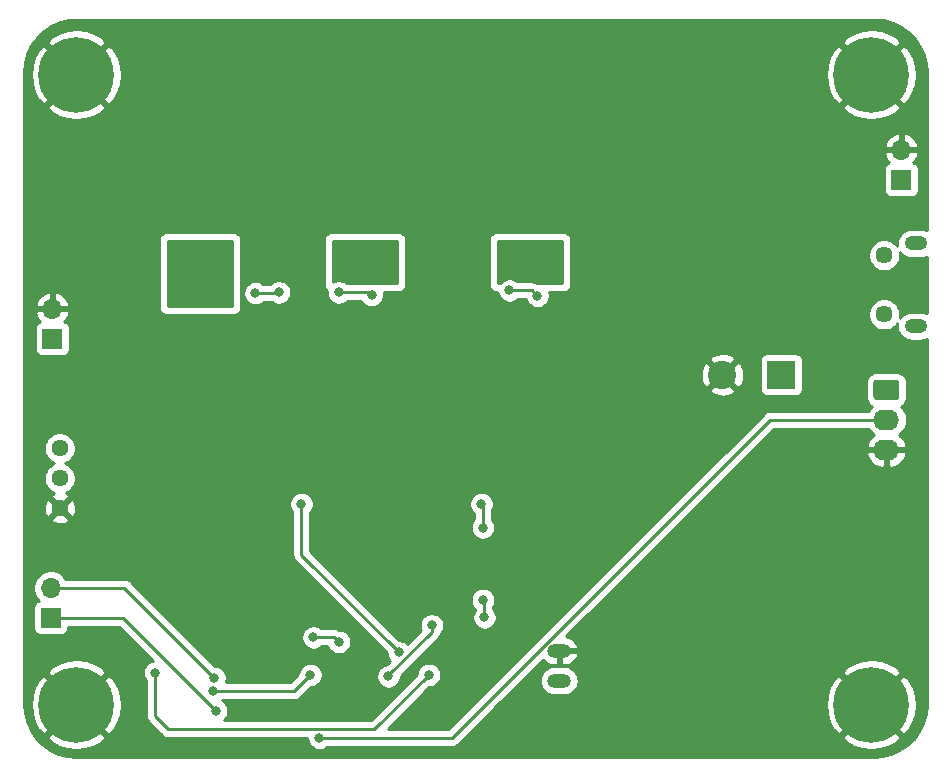
<source format=gbr>
G04 #@! TF.GenerationSoftware,KiCad,Pcbnew,(5.1.6)-1*
G04 #@! TF.CreationDate,2021-02-23T14:06:05-08:00*
G04 #@! TF.ProjectId,clap_detector,636c6170-5f64-4657-9465-63746f722e6b,rev?*
G04 #@! TF.SameCoordinates,Original*
G04 #@! TF.FileFunction,Copper,L2,Bot*
G04 #@! TF.FilePolarity,Positive*
%FSLAX46Y46*%
G04 Gerber Fmt 4.6, Leading zero omitted, Abs format (unit mm)*
G04 Created by KiCad (PCBNEW (5.1.6)-1) date 2021-02-23 14:06:05*
%MOMM*%
%LPD*%
G01*
G04 APERTURE LIST*
G04 #@! TA.AperFunction,ComponentPad*
%ADD10O,2.000000X1.200000*%
G04 #@! TD*
G04 #@! TA.AperFunction,ComponentPad*
%ADD11C,0.800000*%
G04 #@! TD*
G04 #@! TA.AperFunction,ComponentPad*
%ADD12C,6.400000*%
G04 #@! TD*
G04 #@! TA.AperFunction,ComponentPad*
%ADD13C,1.440000*%
G04 #@! TD*
G04 #@! TA.AperFunction,ComponentPad*
%ADD14O,1.700000X1.700000*%
G04 #@! TD*
G04 #@! TA.AperFunction,ComponentPad*
%ADD15R,1.700000X1.700000*%
G04 #@! TD*
G04 #@! TA.AperFunction,ComponentPad*
%ADD16O,2.190000X1.740000*%
G04 #@! TD*
G04 #@! TA.AperFunction,ComponentPad*
%ADD17O,1.900000X1.200000*%
G04 #@! TD*
G04 #@! TA.AperFunction,ComponentPad*
%ADD18C,1.450000*%
G04 #@! TD*
G04 #@! TA.AperFunction,ComponentPad*
%ADD19C,2.400000*%
G04 #@! TD*
G04 #@! TA.AperFunction,ComponentPad*
%ADD20R,2.400000X2.400000*%
G04 #@! TD*
G04 #@! TA.AperFunction,ViaPad*
%ADD21C,0.800000*%
G04 #@! TD*
G04 #@! TA.AperFunction,Conductor*
%ADD22C,0.250000*%
G04 #@! TD*
G04 #@! TA.AperFunction,Conductor*
%ADD23C,0.254000*%
G04 #@! TD*
G04 APERTURE END LIST*
D10*
G04 #@! TO.P,MK1,2*
G04 #@! TO.N,Net-(C1-Pad2)*
X200914000Y-137668000D03*
G04 #@! TO.P,MK1,1*
G04 #@! TO.N,GND*
X200914000Y-135128000D03*
G04 #@! TD*
D11*
G04 #@! TO.P,H4,1*
G04 #@! TO.N,GND*
X229027056Y-138002944D03*
X227330000Y-137300000D03*
X225632944Y-138002944D03*
X224930000Y-139700000D03*
X225632944Y-141397056D03*
X227330000Y-142100000D03*
X229027056Y-141397056D03*
X229730000Y-139700000D03*
D12*
X227330000Y-139700000D03*
G04 #@! TD*
D11*
G04 #@! TO.P,H3,1*
G04 #@! TO.N,GND*
X161717056Y-138002944D03*
X160020000Y-137300000D03*
X158322944Y-138002944D03*
X157620000Y-139700000D03*
X158322944Y-141397056D03*
X160020000Y-142100000D03*
X161717056Y-141397056D03*
X162420000Y-139700000D03*
D12*
X160020000Y-139700000D03*
G04 #@! TD*
D11*
G04 #@! TO.P,H2,1*
G04 #@! TO.N,GND*
X161717056Y-84662944D03*
X160020000Y-83960000D03*
X158322944Y-84662944D03*
X157620000Y-86360000D03*
X158322944Y-88057056D03*
X160020000Y-88760000D03*
X161717056Y-88057056D03*
X162420000Y-86360000D03*
D12*
X160020000Y-86360000D03*
G04 #@! TD*
D11*
G04 #@! TO.P,H1,1*
G04 #@! TO.N,GND*
X229027056Y-84662944D03*
X227330000Y-83960000D03*
X225632944Y-84662944D03*
X224930000Y-86360000D03*
X225632944Y-88057056D03*
X227330000Y-88760000D03*
X229027056Y-88057056D03*
X229730000Y-86360000D03*
D12*
X227330000Y-86360000D03*
G04 #@! TD*
D13*
G04 #@! TO.P,POT,3*
G04 #@! TO.N,GND*
X158623000Y-123063000D03*
G04 #@! TO.P,POT,2*
G04 #@! TO.N,slope_set*
X158623000Y-120523000D03*
G04 #@! TO.P,POT,1*
G04 #@! TO.N,+5V*
X158623000Y-117983000D03*
G04 #@! TD*
D14*
G04 #@! TO.P,J5,2*
G04 #@! TO.N,Net-(J5-Pad2)*
X157861000Y-129794000D03*
D15*
G04 #@! TO.P,J5,1*
G04 #@! TO.N,Net-(J5-Pad1)*
X157861000Y-132334000D03*
G04 #@! TD*
D16*
G04 #@! TO.P,J4,3*
G04 #@! TO.N,GND*
X228600000Y-118110000D03*
G04 #@! TO.P,J4,2*
G04 #@! TO.N,Net-(J4-Pad2)*
X228600000Y-115570000D03*
G04 #@! TO.P,J4,1*
G04 #@! TO.N,+5V*
G04 #@! TA.AperFunction,ComponentPad*
G36*
G01*
X227754999Y-112160000D02*
X229445001Y-112160000D01*
G75*
G02*
X229695000Y-112409999I0J-249999D01*
G01*
X229695000Y-113650001D01*
G75*
G02*
X229445001Y-113900000I-249999J0D01*
G01*
X227754999Y-113900000D01*
G75*
G02*
X227505000Y-113650001I0J249999D01*
G01*
X227505000Y-112409999D01*
G75*
G02*
X227754999Y-112160000I249999J0D01*
G01*
G37*
G04 #@! TD.AperFunction*
G04 #@! TD*
D14*
G04 #@! TO.P,J3,2*
G04 #@! TO.N,GND*
X157988000Y-106172000D03*
D15*
G04 #@! TO.P,J3,1*
G04 #@! TO.N,+5V*
X157988000Y-108712000D03*
G04 #@! TD*
D14*
G04 #@! TO.P,J2,2*
G04 #@! TO.N,GND*
X229870000Y-92710000D03*
D15*
G04 #@! TO.P,J2,1*
G04 #@! TO.N,+5V*
X229870000Y-95250000D03*
G04 #@! TD*
D17*
G04 #@! TO.P,J1,6*
G04 #@! TO.N,Net-(J1-Pad6)*
X231107500Y-100640000D03*
X231107500Y-107640000D03*
D18*
X228407500Y-101640000D03*
X228407500Y-106640000D03*
G04 #@! TD*
D19*
G04 #@! TO.P,C2,2*
G04 #@! TO.N,GND*
X214710000Y-111760000D03*
D20*
G04 #@! TO.P,C2,1*
G04 #@! TO.N,+5V*
X219710000Y-111760000D03*
G04 #@! TD*
D21*
G04 #@! TO.N,GND*
X212458000Y-129330000D03*
X213658000Y-129330000D03*
X210058000Y-130530000D03*
X211258000Y-130530000D03*
X212458000Y-125730000D03*
X212458000Y-126930000D03*
X212458000Y-128130000D03*
X214858000Y-125730000D03*
X214858000Y-126930000D03*
X217258000Y-128130000D03*
X214858000Y-129330000D03*
X210058000Y-129330000D03*
X213658000Y-125730000D03*
X216058000Y-129330000D03*
X217258000Y-129330000D03*
X211258000Y-125730000D03*
X213658000Y-128130000D03*
X211258000Y-128130000D03*
X210058000Y-126930000D03*
X210058000Y-128130000D03*
X213658000Y-126930000D03*
X217258000Y-126930000D03*
X216058000Y-125730000D03*
X217258000Y-125730000D03*
X216058000Y-126930000D03*
X211258000Y-126930000D03*
X214858000Y-128130000D03*
X216058000Y-128130000D03*
X211258000Y-129330000D03*
X217258000Y-130530000D03*
X216058000Y-130530000D03*
X214858000Y-130530000D03*
X213658000Y-130530000D03*
X212458000Y-130530000D03*
X203200000Y-87630000D03*
X205600000Y-91230000D03*
X206800000Y-91230000D03*
X203200000Y-92430000D03*
X204400000Y-92430000D03*
X205600000Y-87630000D03*
X205600000Y-88830000D03*
X205600000Y-90030000D03*
X208000000Y-87630000D03*
X208000000Y-88830000D03*
X210400000Y-90030000D03*
X208000000Y-91230000D03*
X203200000Y-91230000D03*
X206800000Y-87630000D03*
X209200000Y-91230000D03*
X210400000Y-91230000D03*
X204400000Y-87630000D03*
X206800000Y-90030000D03*
X204400000Y-90030000D03*
X203200000Y-88830000D03*
X203200000Y-90030000D03*
X206800000Y-88830000D03*
X210400000Y-88830000D03*
X209200000Y-87630000D03*
X210400000Y-87630000D03*
X209200000Y-88830000D03*
X204400000Y-88830000D03*
X208000000Y-90030000D03*
X209200000Y-90030000D03*
X204400000Y-91230000D03*
X205600000Y-94830000D03*
X204400000Y-97230000D03*
X206800000Y-93630000D03*
X209200000Y-94830000D03*
X203200000Y-94830000D03*
X206800000Y-96030000D03*
X203200000Y-96030000D03*
X205600000Y-97230000D03*
X208000000Y-97230000D03*
X210400000Y-92430000D03*
X208000000Y-96030000D03*
X209200000Y-92430000D03*
X208000000Y-93630000D03*
X210400000Y-93630000D03*
X204400000Y-94830000D03*
X209200000Y-93630000D03*
X208000000Y-94830000D03*
X203200000Y-97230000D03*
X206800000Y-97230000D03*
X203200000Y-93630000D03*
X208000000Y-92430000D03*
X206800000Y-94830000D03*
X204400000Y-96030000D03*
X205600000Y-93630000D03*
X206800000Y-92430000D03*
X209200000Y-96030000D03*
X204400000Y-93630000D03*
X205600000Y-96030000D03*
X210400000Y-94830000D03*
X205600000Y-92430000D03*
X210400000Y-96030000D03*
X204400000Y-98430000D03*
X209200000Y-97230000D03*
X203200000Y-98430000D03*
X208000000Y-98430000D03*
X206800000Y-98430000D03*
X209200000Y-98430000D03*
X210400000Y-97230000D03*
X210400000Y-98430000D03*
X205600000Y-98430000D03*
X189230000Y-92500000D03*
X190430000Y-88900000D03*
X191630000Y-91300000D03*
X194030000Y-91300000D03*
X192830000Y-94900000D03*
X191630000Y-92500000D03*
X189230000Y-91300000D03*
X189230000Y-93700000D03*
X190430000Y-91300000D03*
X192830000Y-90100000D03*
X192830000Y-92500000D03*
X191630000Y-88900000D03*
X192830000Y-91300000D03*
X189230000Y-90100000D03*
X191630000Y-96100000D03*
X191630000Y-90100000D03*
X191630000Y-98500000D03*
X189230000Y-97300000D03*
X194030000Y-98500000D03*
X190430000Y-98500000D03*
X194030000Y-96100000D03*
X189230000Y-98500000D03*
X192830000Y-98500000D03*
X194030000Y-88900000D03*
X189230000Y-96100000D03*
X190430000Y-92500000D03*
X192830000Y-97300000D03*
X194030000Y-93700000D03*
X192830000Y-93700000D03*
X190430000Y-94900000D03*
X191630000Y-93700000D03*
X191630000Y-97300000D03*
X190430000Y-99700000D03*
X192830000Y-88900000D03*
X190430000Y-90100000D03*
X189230000Y-94900000D03*
X192830000Y-96100000D03*
X190430000Y-93700000D03*
X194030000Y-97300000D03*
X194030000Y-94900000D03*
X189230000Y-88900000D03*
X190430000Y-96100000D03*
X190430000Y-97300000D03*
X194030000Y-90100000D03*
X191630000Y-94900000D03*
X194030000Y-92500000D03*
X189230000Y-99700000D03*
X194030000Y-99700000D03*
X192830000Y-99700000D03*
X191630000Y-99700000D03*
X175260000Y-92500000D03*
X176460000Y-88900000D03*
X177660000Y-91300000D03*
X180060000Y-91300000D03*
X178860000Y-94900000D03*
X177660000Y-92500000D03*
X175260000Y-91300000D03*
X175260000Y-93700000D03*
X176460000Y-91300000D03*
X178860000Y-90100000D03*
X178860000Y-92500000D03*
X177660000Y-88900000D03*
X178860000Y-91300000D03*
X175260000Y-90100000D03*
X177660000Y-96100000D03*
X177660000Y-90100000D03*
X177660000Y-98500000D03*
X175260000Y-97300000D03*
X180060000Y-98500000D03*
X176460000Y-98500000D03*
X180060000Y-96100000D03*
X175260000Y-98500000D03*
X178860000Y-98500000D03*
X180060000Y-88900000D03*
X175260000Y-96100000D03*
X176460000Y-92500000D03*
X178860000Y-97300000D03*
X180060000Y-93700000D03*
X178860000Y-93700000D03*
X176460000Y-94900000D03*
X177660000Y-93700000D03*
X177660000Y-97300000D03*
X176460000Y-99700000D03*
X178860000Y-88900000D03*
X176460000Y-90100000D03*
X175260000Y-94900000D03*
X178860000Y-96100000D03*
X176460000Y-93700000D03*
X180060000Y-97300000D03*
X180060000Y-94900000D03*
X175260000Y-88900000D03*
X176460000Y-96100000D03*
X176460000Y-97300000D03*
X180060000Y-90100000D03*
X177660000Y-94900000D03*
X180060000Y-92500000D03*
X175260000Y-99700000D03*
X180060000Y-99700000D03*
X178860000Y-99700000D03*
X177660000Y-99700000D03*
X161290000Y-95040000D03*
X162490000Y-91440000D03*
X163690000Y-93840000D03*
X166090000Y-93840000D03*
X164890000Y-97440000D03*
X163690000Y-95040000D03*
X161290000Y-93840000D03*
X161290000Y-96240000D03*
X162490000Y-93840000D03*
X164890000Y-92640000D03*
X164890000Y-95040000D03*
X163690000Y-91440000D03*
X164890000Y-93840000D03*
X161290000Y-92640000D03*
X163690000Y-98640000D03*
X163690000Y-92640000D03*
X163690000Y-101040000D03*
X161290000Y-99840000D03*
X166090000Y-101040000D03*
X162490000Y-101040000D03*
X166090000Y-98640000D03*
X161290000Y-101040000D03*
X164890000Y-101040000D03*
X166090000Y-91440000D03*
X161290000Y-98640000D03*
X162490000Y-95040000D03*
X164890000Y-99840000D03*
X166090000Y-96240000D03*
X164890000Y-96240000D03*
X162490000Y-97440000D03*
X163690000Y-96240000D03*
X163690000Y-99840000D03*
X162490000Y-102240000D03*
X164890000Y-91440000D03*
X162490000Y-92640000D03*
X161290000Y-97440000D03*
X164890000Y-98640000D03*
X162490000Y-96240000D03*
X166090000Y-99840000D03*
X166090000Y-97440000D03*
X161290000Y-91440000D03*
X162490000Y-98640000D03*
X162490000Y-99840000D03*
X166090000Y-92640000D03*
X163690000Y-97440000D03*
X166090000Y-95040000D03*
X161290000Y-102240000D03*
X166090000Y-102240000D03*
X164890000Y-102240000D03*
X163690000Y-102240000D03*
X186563000Y-117729000D03*
X182499000Y-118745000D03*
X184531000Y-117983000D03*
X184531000Y-120015000D03*
X184531000Y-116967000D03*
X183515000Y-118491000D03*
X182499000Y-116713000D03*
X185547000Y-118491000D03*
X182499000Y-117729000D03*
X184531000Y-114935000D03*
X184531000Y-118999000D03*
X186563000Y-116713000D03*
X185547000Y-116459000D03*
X185547000Y-119507000D03*
X183515000Y-115443000D03*
X183515000Y-117475000D03*
X183515000Y-119507000D03*
X185547000Y-115443000D03*
X184531000Y-115951000D03*
X185547000Y-117475000D03*
X186563000Y-118745000D03*
X183515000Y-116459000D03*
X200660000Y-117602000D03*
X198628000Y-117856000D03*
X198628000Y-119888000D03*
X198628000Y-116840000D03*
X197612000Y-118364000D03*
X199644000Y-118364000D03*
X198628000Y-114808000D03*
X198628000Y-118872000D03*
X200660000Y-116586000D03*
X199644000Y-116332000D03*
X199644000Y-119380000D03*
X197612000Y-115316000D03*
X197612000Y-117348000D03*
X197612000Y-119380000D03*
X199644000Y-115316000D03*
X198628000Y-115824000D03*
X199644000Y-117348000D03*
X200660000Y-118618000D03*
X197612000Y-116332000D03*
X170434000Y-114808000D03*
X170434000Y-115824000D03*
X170434000Y-116840000D03*
X170434000Y-117856000D03*
X170434000Y-118872000D03*
X170434000Y-119888000D03*
X171450000Y-115316000D03*
X171450000Y-116332000D03*
X171450000Y-117348000D03*
X171450000Y-118364000D03*
X171450000Y-119380000D03*
X172466000Y-118618000D03*
X172466000Y-117602000D03*
X172466000Y-116586000D03*
X169418000Y-115316000D03*
X169418000Y-116332000D03*
X169418000Y-117348000D03*
X169418000Y-118364000D03*
X169418000Y-119380000D03*
X168402000Y-118618000D03*
X168402000Y-117602000D03*
X168402000Y-116586000D03*
X196596000Y-116586000D03*
X196596000Y-117602000D03*
X196596000Y-118618000D03*
X223520000Y-121920000D03*
X224720000Y-121920000D03*
X225920000Y-121920000D03*
X227120000Y-121920000D03*
X228320000Y-121920000D03*
X229520000Y-121920000D03*
X230720000Y-121920000D03*
X223520000Y-123120000D03*
X224720000Y-123120000D03*
X225920000Y-123120000D03*
X227120000Y-123120000D03*
X228320000Y-123120000D03*
X229520000Y-123120000D03*
X230720000Y-123120000D03*
X223520000Y-124320000D03*
X224720000Y-124320000D03*
X225920000Y-124320000D03*
X227120000Y-124320000D03*
X228320000Y-124320000D03*
X229520000Y-124320000D03*
X230720000Y-124320000D03*
X223520000Y-125520000D03*
X224720000Y-125520000D03*
X225920000Y-125520000D03*
X227120000Y-125520000D03*
X228320000Y-125520000D03*
X229520000Y-125520000D03*
X230720000Y-125520000D03*
X223520000Y-126720000D03*
X224720000Y-126720000D03*
X225920000Y-126720000D03*
X227120000Y-126720000D03*
X228320000Y-126720000D03*
X229520000Y-126720000D03*
X230720000Y-126720000D03*
X223520000Y-127920000D03*
X224720000Y-127920000D03*
X225920000Y-127920000D03*
X227120000Y-127920000D03*
X228320000Y-127920000D03*
X229520000Y-127920000D03*
X230720000Y-127920000D03*
X223520000Y-129120000D03*
X224720000Y-129120000D03*
X225920000Y-129120000D03*
X227120000Y-129120000D03*
X228320000Y-129120000D03*
X229520000Y-129120000D03*
X230720000Y-129120000D03*
X223520000Y-130320000D03*
X224720000Y-130320000D03*
X225920000Y-130320000D03*
X227120000Y-130320000D03*
X228320000Y-130320000D03*
X229520000Y-130320000D03*
X230720000Y-130320000D03*
X223520000Y-131520000D03*
X224720000Y-131520000D03*
X225920000Y-131520000D03*
X227120000Y-131520000D03*
X228320000Y-131520000D03*
X229520000Y-131520000D03*
X230720000Y-131520000D03*
X223520000Y-132720000D03*
X224720000Y-132720000D03*
X225920000Y-132720000D03*
X227120000Y-132720000D03*
X228320000Y-132720000D03*
X229520000Y-132720000D03*
X230720000Y-132720000D03*
G04 #@! TO.N,+5VA*
X186436000Y-137287000D03*
X190119000Y-132969000D03*
G04 #@! TO.N,Audio*
X171577000Y-138557000D03*
X179832000Y-137160000D03*
G04 #@! TO.N,Net-(C6-Pad1)*
X180086000Y-133985000D03*
X182245000Y-134366000D03*
G04 #@! TO.N,Net-(C9-Pad2)*
X179070000Y-122698000D03*
X187325000Y-135255000D03*
G04 #@! TO.N,Net-(D1-Pad1)*
X169856000Y-103124000D03*
X168656000Y-103124000D03*
X171056000Y-103124000D03*
G04 #@! TO.N,Net-(D2-Pad1)*
X182880000Y-103124000D03*
X184080000Y-103124000D03*
X185280000Y-103124000D03*
G04 #@! TO.N,Net-(D3-Pad1)*
X198050000Y-103124000D03*
X196850000Y-103124000D03*
X199250000Y-103124000D03*
G04 #@! TO.N,Net-(J5-Pad2)*
X171704000Y-137414000D03*
G04 #@! TO.N,Net-(J5-Pad1)*
X171831000Y-140208000D03*
G04 #@! TO.N,Net-(Q1-Pad1)*
X175184847Y-104850153D03*
X177165000Y-104775000D03*
X182245000Y-104775000D03*
X185024606Y-105014606D03*
X196691392Y-104616392D03*
X199058106Y-105078106D03*
X194564000Y-132297000D03*
X194437000Y-130810000D03*
X194437000Y-124698000D03*
X194310000Y-122698000D03*
G04 #@! TO.N,DAC*
X189865000Y-137160000D03*
X166681653Y-136975347D03*
G04 #@! TO.N,Net-(J4-Pad2)*
X180594000Y-142494000D03*
G04 #@! TD*
D22*
G04 #@! TO.N,+5VA*
X190119000Y-133534685D02*
X186436000Y-137217685D01*
X190119000Y-132969000D02*
X190119000Y-133534685D01*
X186436000Y-137217685D02*
X186436000Y-137287000D01*
G04 #@! TO.N,Audio*
X171577000Y-138557000D02*
X178435000Y-138557000D01*
X178435000Y-138557000D02*
X179832000Y-137160000D01*
G04 #@! TO.N,Net-(C6-Pad1)*
X180086000Y-133985000D02*
X181864000Y-133985000D01*
X181864000Y-133985000D02*
X182245000Y-134366000D01*
G04 #@! TO.N,Net-(C9-Pad2)*
X179070000Y-122698000D02*
X179070000Y-127000000D01*
X179070000Y-127000000D02*
X187325000Y-135255000D01*
G04 #@! TO.N,Net-(J5-Pad2)*
X157861000Y-129794000D02*
X164084000Y-129794000D01*
X164084000Y-129794000D02*
X171704000Y-137414000D01*
G04 #@! TO.N,Net-(J5-Pad1)*
X157861000Y-132334000D02*
X163957000Y-132334000D01*
X163957000Y-132334000D02*
X171831000Y-140208000D01*
G04 #@! TO.N,Net-(Q1-Pad1)*
X175184847Y-104850153D02*
X177089847Y-104850153D01*
X177089847Y-104850153D02*
X177165000Y-104775000D01*
X182245000Y-104775000D02*
X184785000Y-104775000D01*
X184785000Y-104775000D02*
X185024606Y-105014606D01*
X196691392Y-104616392D02*
X198596392Y-104616392D01*
X198596392Y-104616392D02*
X199058106Y-105078106D01*
X194564000Y-132297000D02*
X194564000Y-130937000D01*
X194564000Y-130937000D02*
X194437000Y-130810000D01*
X194437000Y-124698000D02*
X194437000Y-122825000D01*
X194437000Y-122825000D02*
X194310000Y-122698000D01*
G04 #@! TO.N,DAC*
X185256001Y-141768999D02*
X167803999Y-141768999D01*
X189865000Y-137160000D02*
X185256001Y-141768999D01*
X167803999Y-141768999D02*
X166681653Y-140646653D01*
X166681653Y-140646653D02*
X166681653Y-136975347D01*
G04 #@! TO.N,Net-(J4-Pad2)*
X218763839Y-115570000D02*
X228600000Y-115570000D01*
X191839839Y-142494000D02*
X218763839Y-115570000D01*
X180594000Y-142494000D02*
X191839839Y-142494000D01*
G04 #@! TD*
D23*
G04 #@! TO.N,Net-(D1-Pad1)*
G36*
X173228000Y-105918000D02*
G01*
X167767000Y-105918000D01*
X167767000Y-100457000D01*
X173228000Y-100457000D01*
X173228000Y-105918000D01*
G37*
X173228000Y-105918000D02*
X167767000Y-105918000D01*
X167767000Y-100457000D01*
X173228000Y-100457000D01*
X173228000Y-105918000D01*
G04 #@! TO.N,Net-(D2-Pad1)*
G36*
X187198000Y-104013000D02*
G01*
X185294429Y-104013000D01*
X185126545Y-103979606D01*
X184922667Y-103979606D01*
X184754783Y-104013000D01*
X182946711Y-104013000D01*
X182904774Y-103971063D01*
X182735256Y-103857795D01*
X182546898Y-103779774D01*
X182346939Y-103740000D01*
X182143061Y-103740000D01*
X181943102Y-103779774D01*
X181754744Y-103857795D01*
X181737000Y-103869651D01*
X181737000Y-100457000D01*
X187198000Y-100457000D01*
X187198000Y-104013000D01*
G37*
X187198000Y-104013000D02*
X185294429Y-104013000D01*
X185126545Y-103979606D01*
X184922667Y-103979606D01*
X184754783Y-104013000D01*
X182946711Y-104013000D01*
X182904774Y-103971063D01*
X182735256Y-103857795D01*
X182546898Y-103779774D01*
X182346939Y-103740000D01*
X182143061Y-103740000D01*
X181943102Y-103779774D01*
X181754744Y-103857795D01*
X181737000Y-103869651D01*
X181737000Y-100457000D01*
X187198000Y-100457000D01*
X187198000Y-104013000D01*
G04 #@! TO.N,Net-(D3-Pad1)*
G36*
X201168000Y-104013000D02*
G01*
X199059151Y-104013000D01*
X199020668Y-103981418D01*
X198888639Y-103910846D01*
X198745378Y-103867389D01*
X198633725Y-103856392D01*
X198633714Y-103856392D01*
X198596392Y-103852716D01*
X198559070Y-103856392D01*
X197395103Y-103856392D01*
X197351166Y-103812455D01*
X197181648Y-103699187D01*
X196993290Y-103621166D01*
X196793331Y-103581392D01*
X196589453Y-103581392D01*
X196389494Y-103621166D01*
X196201136Y-103699187D01*
X196031618Y-103812455D01*
X195887455Y-103956618D01*
X195849782Y-104013000D01*
X195707000Y-104013000D01*
X195707000Y-100457000D01*
X201168000Y-100457000D01*
X201168000Y-104013000D01*
G37*
X201168000Y-104013000D02*
X199059151Y-104013000D01*
X199020668Y-103981418D01*
X198888639Y-103910846D01*
X198745378Y-103867389D01*
X198633725Y-103856392D01*
X198633714Y-103856392D01*
X198596392Y-103852716D01*
X198559070Y-103856392D01*
X197395103Y-103856392D01*
X197351166Y-103812455D01*
X197181648Y-103699187D01*
X196993290Y-103621166D01*
X196793331Y-103581392D01*
X196589453Y-103581392D01*
X196389494Y-103621166D01*
X196201136Y-103699187D01*
X196031618Y-103812455D01*
X195887455Y-103956618D01*
X195849782Y-104013000D01*
X195707000Y-104013000D01*
X195707000Y-100457000D01*
X201168000Y-100457000D01*
X201168000Y-104013000D01*
G04 #@! TO.N,GND*
G36*
X228366249Y-81758437D02*
G01*
X229123774Y-81965672D01*
X229832625Y-82303777D01*
X230470404Y-82762067D01*
X231016946Y-83326055D01*
X231454977Y-83977913D01*
X231770651Y-84697038D01*
X231955206Y-85465768D01*
X232004000Y-86130207D01*
X232004000Y-99531759D01*
X231932401Y-99493489D01*
X231699602Y-99422870D01*
X231518165Y-99405000D01*
X230696835Y-99405000D01*
X230515398Y-99422870D01*
X230282599Y-99493489D01*
X230068051Y-99608167D01*
X229879998Y-99762498D01*
X229725667Y-99950551D01*
X229610989Y-100165099D01*
X229540370Y-100397898D01*
X229516525Y-100640000D01*
X229540370Y-100882102D01*
X229543383Y-100892035D01*
X229463881Y-100773051D01*
X229274449Y-100583619D01*
X229051701Y-100434784D01*
X228804197Y-100332264D01*
X228541448Y-100280000D01*
X228273552Y-100280000D01*
X228010803Y-100332264D01*
X227763299Y-100434784D01*
X227540551Y-100583619D01*
X227351119Y-100773051D01*
X227202284Y-100995799D01*
X227099764Y-101243303D01*
X227047500Y-101506052D01*
X227047500Y-101773948D01*
X227099764Y-102036697D01*
X227202284Y-102284201D01*
X227351119Y-102506949D01*
X227540551Y-102696381D01*
X227763299Y-102845216D01*
X228010803Y-102947736D01*
X228273552Y-103000000D01*
X228541448Y-103000000D01*
X228804197Y-102947736D01*
X229051701Y-102845216D01*
X229274449Y-102696381D01*
X229463881Y-102506949D01*
X229612716Y-102284201D01*
X229715236Y-102036697D01*
X229767500Y-101773948D01*
X229767500Y-101506052D01*
X229734516Y-101340232D01*
X229879998Y-101517502D01*
X230068051Y-101671833D01*
X230282599Y-101786511D01*
X230515398Y-101857130D01*
X230696835Y-101875000D01*
X231518165Y-101875000D01*
X231699602Y-101857130D01*
X231932401Y-101786511D01*
X232004000Y-101748240D01*
X232004000Y-106531760D01*
X231932401Y-106493489D01*
X231699602Y-106422870D01*
X231518165Y-106405000D01*
X230696835Y-106405000D01*
X230515398Y-106422870D01*
X230282599Y-106493489D01*
X230068051Y-106608167D01*
X229879998Y-106762498D01*
X229734516Y-106939768D01*
X229767500Y-106773948D01*
X229767500Y-106506052D01*
X229715236Y-106243303D01*
X229612716Y-105995799D01*
X229463881Y-105773051D01*
X229274449Y-105583619D01*
X229051701Y-105434784D01*
X228804197Y-105332264D01*
X228541448Y-105280000D01*
X228273552Y-105280000D01*
X228010803Y-105332264D01*
X227763299Y-105434784D01*
X227540551Y-105583619D01*
X227351119Y-105773051D01*
X227202284Y-105995799D01*
X227099764Y-106243303D01*
X227047500Y-106506052D01*
X227047500Y-106773948D01*
X227099764Y-107036697D01*
X227202284Y-107284201D01*
X227351119Y-107506949D01*
X227540551Y-107696381D01*
X227763299Y-107845216D01*
X228010803Y-107947736D01*
X228273552Y-108000000D01*
X228541448Y-108000000D01*
X228804197Y-107947736D01*
X229051701Y-107845216D01*
X229274449Y-107696381D01*
X229463881Y-107506949D01*
X229543383Y-107387965D01*
X229540370Y-107397898D01*
X229516525Y-107640000D01*
X229540370Y-107882102D01*
X229610989Y-108114901D01*
X229725667Y-108329449D01*
X229879998Y-108517502D01*
X230068051Y-108671833D01*
X230282599Y-108786511D01*
X230515398Y-108857130D01*
X230696835Y-108875000D01*
X231518165Y-108875000D01*
X231699602Y-108857130D01*
X231932401Y-108786511D01*
X232004000Y-108748240D01*
X232004001Y-139670597D01*
X231931563Y-140482249D01*
X231724328Y-141239774D01*
X231386221Y-141948627D01*
X230927928Y-142586410D01*
X230363945Y-143132946D01*
X229712085Y-143570978D01*
X228992963Y-143886651D01*
X228224232Y-144071206D01*
X227559792Y-144120000D01*
X160049392Y-144120000D01*
X159237751Y-144047563D01*
X158480226Y-143840328D01*
X157771373Y-143502221D01*
X157133590Y-143043928D01*
X156587054Y-142479945D01*
X156533926Y-142400881D01*
X157498724Y-142400881D01*
X157858912Y-142890548D01*
X158522882Y-143250849D01*
X159244385Y-143474694D01*
X159995695Y-143553480D01*
X160747938Y-143484178D01*
X161472208Y-143269452D01*
X162140670Y-142917555D01*
X162181088Y-142890548D01*
X162541276Y-142400881D01*
X160020000Y-139879605D01*
X157498724Y-142400881D01*
X156533926Y-142400881D01*
X156149022Y-141828085D01*
X155833349Y-141108963D01*
X155648794Y-140340232D01*
X155600000Y-139675792D01*
X155600000Y-139675695D01*
X156166520Y-139675695D01*
X156235822Y-140427938D01*
X156450548Y-141152208D01*
X156802445Y-141820670D01*
X156829452Y-141861088D01*
X157319119Y-142221276D01*
X159840395Y-139700000D01*
X160199605Y-139700000D01*
X162720881Y-142221276D01*
X163210548Y-141861088D01*
X163570849Y-141197118D01*
X163794694Y-140475615D01*
X163873480Y-139724305D01*
X163804178Y-138972062D01*
X163589452Y-138247792D01*
X163237555Y-137579330D01*
X163210548Y-137538912D01*
X162720881Y-137178724D01*
X160199605Y-139700000D01*
X159840395Y-139700000D01*
X157319119Y-137178724D01*
X156829452Y-137538912D01*
X156469151Y-138202882D01*
X156245306Y-138924385D01*
X156166520Y-139675695D01*
X155600000Y-139675695D01*
X155600000Y-136999119D01*
X157498724Y-136999119D01*
X160020000Y-139520395D01*
X162541276Y-136999119D01*
X162181088Y-136509452D01*
X161517118Y-136149151D01*
X160795615Y-135925306D01*
X160044305Y-135846520D01*
X159292062Y-135915822D01*
X158567792Y-136130548D01*
X157899330Y-136482445D01*
X157858912Y-136509452D01*
X157498724Y-136999119D01*
X155600000Y-136999119D01*
X155600000Y-131484000D01*
X156372928Y-131484000D01*
X156372928Y-133184000D01*
X156385188Y-133308482D01*
X156421498Y-133428180D01*
X156480463Y-133538494D01*
X156559815Y-133635185D01*
X156656506Y-133714537D01*
X156766820Y-133773502D01*
X156886518Y-133809812D01*
X157011000Y-133822072D01*
X158711000Y-133822072D01*
X158835482Y-133809812D01*
X158955180Y-133773502D01*
X159065494Y-133714537D01*
X159162185Y-133635185D01*
X159241537Y-133538494D01*
X159300502Y-133428180D01*
X159336812Y-133308482D01*
X159349072Y-133184000D01*
X159349072Y-133094000D01*
X163642199Y-133094000D01*
X166503671Y-135955473D01*
X166379755Y-135980121D01*
X166191397Y-136058142D01*
X166021879Y-136171410D01*
X165877716Y-136315573D01*
X165764448Y-136485091D01*
X165686427Y-136673449D01*
X165646653Y-136873408D01*
X165646653Y-137077286D01*
X165686427Y-137277245D01*
X165764448Y-137465603D01*
X165877716Y-137635121D01*
X165921654Y-137679059D01*
X165921653Y-140609330D01*
X165917977Y-140646653D01*
X165921653Y-140683975D01*
X165921653Y-140683985D01*
X165932650Y-140795638D01*
X165970567Y-140920636D01*
X165976107Y-140938899D01*
X166046679Y-141070929D01*
X166055245Y-141081366D01*
X166141652Y-141186654D01*
X166170655Y-141210457D01*
X167240200Y-142280002D01*
X167263998Y-142309000D01*
X167292996Y-142332798D01*
X167379722Y-142403973D01*
X167506184Y-142471569D01*
X167511752Y-142474545D01*
X167655013Y-142518002D01*
X167766666Y-142528999D01*
X167766676Y-142528999D01*
X167803999Y-142532675D01*
X167841322Y-142528999D01*
X179559000Y-142528999D01*
X179559000Y-142595939D01*
X179598774Y-142795898D01*
X179676795Y-142984256D01*
X179790063Y-143153774D01*
X179934226Y-143297937D01*
X180103744Y-143411205D01*
X180292102Y-143489226D01*
X180492061Y-143529000D01*
X180695939Y-143529000D01*
X180895898Y-143489226D01*
X181084256Y-143411205D01*
X181253774Y-143297937D01*
X181297711Y-143254000D01*
X191802517Y-143254000D01*
X191839839Y-143257676D01*
X191877161Y-143254000D01*
X191877172Y-143254000D01*
X191988825Y-143243003D01*
X192132086Y-143199546D01*
X192264115Y-143128974D01*
X192379840Y-143034001D01*
X192403643Y-143004997D01*
X193007759Y-142400881D01*
X224808724Y-142400881D01*
X225168912Y-142890548D01*
X225832882Y-143250849D01*
X226554385Y-143474694D01*
X227305695Y-143553480D01*
X228057938Y-143484178D01*
X228782208Y-143269452D01*
X229450670Y-142917555D01*
X229491088Y-142890548D01*
X229851276Y-142400881D01*
X227330000Y-139879605D01*
X224808724Y-142400881D01*
X193007759Y-142400881D01*
X195732945Y-139675695D01*
X223476520Y-139675695D01*
X223545822Y-140427938D01*
X223760548Y-141152208D01*
X224112445Y-141820670D01*
X224139452Y-141861088D01*
X224629119Y-142221276D01*
X227150395Y-139700000D01*
X227509605Y-139700000D01*
X230030881Y-142221276D01*
X230520548Y-141861088D01*
X230880849Y-141197118D01*
X231104694Y-140475615D01*
X231183480Y-139724305D01*
X231114178Y-138972062D01*
X230899452Y-138247792D01*
X230547555Y-137579330D01*
X230520548Y-137538912D01*
X230030881Y-137178724D01*
X227509605Y-139700000D01*
X227150395Y-139700000D01*
X224629119Y-137178724D01*
X224139452Y-137538912D01*
X223779151Y-138202882D01*
X223555306Y-138924385D01*
X223476520Y-139675695D01*
X195732945Y-139675695D01*
X197740640Y-137668000D01*
X199273025Y-137668000D01*
X199296870Y-137910102D01*
X199367489Y-138142901D01*
X199482167Y-138357449D01*
X199636498Y-138545502D01*
X199824551Y-138699833D01*
X200039099Y-138814511D01*
X200271898Y-138885130D01*
X200453335Y-138903000D01*
X201374665Y-138903000D01*
X201556102Y-138885130D01*
X201788901Y-138814511D01*
X202003449Y-138699833D01*
X202191502Y-138545502D01*
X202345833Y-138357449D01*
X202460511Y-138142901D01*
X202531130Y-137910102D01*
X202554975Y-137668000D01*
X202531130Y-137425898D01*
X202460511Y-137193099D01*
X202356827Y-136999119D01*
X224808724Y-136999119D01*
X227330000Y-139520395D01*
X229851276Y-136999119D01*
X229491088Y-136509452D01*
X228827118Y-136149151D01*
X228105615Y-135925306D01*
X227354305Y-135846520D01*
X226602062Y-135915822D01*
X225877792Y-136130548D01*
X225209330Y-136482445D01*
X225168912Y-136509452D01*
X224808724Y-136999119D01*
X202356827Y-136999119D01*
X202345833Y-136978551D01*
X202191502Y-136790498D01*
X202003449Y-136636167D01*
X201788901Y-136521489D01*
X201556102Y-136450870D01*
X201374665Y-136433000D01*
X200453335Y-136433000D01*
X200271898Y-136450870D01*
X200039099Y-136521489D01*
X199824551Y-136636167D01*
X199636498Y-136790498D01*
X199482167Y-136978551D01*
X199367489Y-137193099D01*
X199296870Y-137425898D01*
X199273025Y-137668000D01*
X197740640Y-137668000D01*
X199529511Y-135879130D01*
X199550922Y-135911474D01*
X199722275Y-136084307D01*
X199924054Y-136220390D01*
X200148504Y-136314493D01*
X200387000Y-136363000D01*
X200787000Y-136363000D01*
X200787000Y-135255000D01*
X201041000Y-135255000D01*
X201041000Y-136363000D01*
X201441000Y-136363000D01*
X201679496Y-136314493D01*
X201903946Y-136220390D01*
X202105725Y-136084307D01*
X202277078Y-135911474D01*
X202411421Y-135708533D01*
X202503591Y-135483282D01*
X202507462Y-135445609D01*
X202382731Y-135255000D01*
X201041000Y-135255000D01*
X200787000Y-135255000D01*
X200767000Y-135255000D01*
X200767000Y-135001000D01*
X200787000Y-135001000D01*
X200787000Y-134981000D01*
X201041000Y-134981000D01*
X201041000Y-135001000D01*
X202382731Y-135001000D01*
X202507462Y-134810391D01*
X202503591Y-134772718D01*
X202411421Y-134547467D01*
X202277078Y-134344526D01*
X202105725Y-134171693D01*
X201903946Y-134035610D01*
X201679496Y-133941507D01*
X201503025Y-133905615D01*
X216938609Y-118470031D01*
X226913698Y-118470031D01*
X226930449Y-118557591D01*
X227045526Y-118830809D01*
X227211694Y-119076326D01*
X227422567Y-119284708D01*
X227670042Y-119447947D01*
X227944608Y-119559769D01*
X228235714Y-119615877D01*
X228473000Y-119460376D01*
X228473000Y-118237000D01*
X228727000Y-118237000D01*
X228727000Y-119460376D01*
X228964286Y-119615877D01*
X229255392Y-119559769D01*
X229529958Y-119447947D01*
X229777433Y-119284708D01*
X229988306Y-119076326D01*
X230154474Y-118830809D01*
X230269551Y-118557591D01*
X230286302Y-118470031D01*
X230165246Y-118237000D01*
X228727000Y-118237000D01*
X228473000Y-118237000D01*
X227034754Y-118237000D01*
X226913698Y-118470031D01*
X216938609Y-118470031D01*
X219078641Y-116330000D01*
X227074727Y-116330000D01*
X227117583Y-116410179D01*
X227305655Y-116639345D01*
X227534821Y-116827417D01*
X227563152Y-116842560D01*
X227422567Y-116935292D01*
X227211694Y-117143674D01*
X227045526Y-117389191D01*
X226930449Y-117662409D01*
X226913698Y-117749969D01*
X227034754Y-117983000D01*
X228473000Y-117983000D01*
X228473000Y-117963000D01*
X228727000Y-117963000D01*
X228727000Y-117983000D01*
X230165246Y-117983000D01*
X230286302Y-117749969D01*
X230269551Y-117662409D01*
X230154474Y-117389191D01*
X229988306Y-117143674D01*
X229777433Y-116935292D01*
X229636848Y-116842560D01*
X229665179Y-116827417D01*
X229894345Y-116639345D01*
X230082417Y-116410179D01*
X230222166Y-116148725D01*
X230308224Y-115865032D01*
X230337282Y-115570000D01*
X230308224Y-115274968D01*
X230222166Y-114991275D01*
X230082417Y-114729821D01*
X229894345Y-114500655D01*
X229828886Y-114446934D01*
X229938387Y-114388405D01*
X230072962Y-114277962D01*
X230183405Y-114143387D01*
X230265472Y-113989851D01*
X230316008Y-113823255D01*
X230333072Y-113650001D01*
X230333072Y-112409999D01*
X230316008Y-112236745D01*
X230265472Y-112070149D01*
X230183405Y-111916613D01*
X230072962Y-111782038D01*
X229938387Y-111671595D01*
X229784851Y-111589528D01*
X229618255Y-111538992D01*
X229445001Y-111521928D01*
X227754999Y-111521928D01*
X227581745Y-111538992D01*
X227415149Y-111589528D01*
X227261613Y-111671595D01*
X227127038Y-111782038D01*
X227016595Y-111916613D01*
X226934528Y-112070149D01*
X226883992Y-112236745D01*
X226866928Y-112409999D01*
X226866928Y-113650001D01*
X226883992Y-113823255D01*
X226934528Y-113989851D01*
X227016595Y-114143387D01*
X227127038Y-114277962D01*
X227261613Y-114388405D01*
X227371114Y-114446934D01*
X227305655Y-114500655D01*
X227117583Y-114729821D01*
X227074727Y-114810000D01*
X218801162Y-114810000D01*
X218763839Y-114806324D01*
X218726516Y-114810000D01*
X218726506Y-114810000D01*
X218614853Y-114820997D01*
X218471592Y-114864454D01*
X218339562Y-114935026D01*
X218271023Y-114991275D01*
X218223838Y-115029999D01*
X218200040Y-115058997D01*
X191525038Y-141734000D01*
X186365801Y-141734000D01*
X189904802Y-138195000D01*
X189966939Y-138195000D01*
X190166898Y-138155226D01*
X190355256Y-138077205D01*
X190524774Y-137963937D01*
X190668937Y-137819774D01*
X190782205Y-137650256D01*
X190860226Y-137461898D01*
X190900000Y-137261939D01*
X190900000Y-137058061D01*
X190860226Y-136858102D01*
X190782205Y-136669744D01*
X190668937Y-136500226D01*
X190524774Y-136356063D01*
X190355256Y-136242795D01*
X190166898Y-136164774D01*
X189966939Y-136125000D01*
X189763061Y-136125000D01*
X189563102Y-136164774D01*
X189374744Y-136242795D01*
X189205226Y-136356063D01*
X189061063Y-136500226D01*
X188947795Y-136669744D01*
X188869774Y-136858102D01*
X188830000Y-137058061D01*
X188830000Y-137120198D01*
X184941200Y-141008999D01*
X172493712Y-141008999D01*
X172634937Y-140867774D01*
X172748205Y-140698256D01*
X172826226Y-140509898D01*
X172866000Y-140309939D01*
X172866000Y-140106061D01*
X172826226Y-139906102D01*
X172748205Y-139717744D01*
X172634937Y-139548226D01*
X172490774Y-139404063D01*
X172360475Y-139317000D01*
X178397678Y-139317000D01*
X178435000Y-139320676D01*
X178472322Y-139317000D01*
X178472333Y-139317000D01*
X178583986Y-139306003D01*
X178727247Y-139262546D01*
X178859276Y-139191974D01*
X178975001Y-139097001D01*
X178998804Y-139067997D01*
X179871802Y-138195000D01*
X179933939Y-138195000D01*
X180133898Y-138155226D01*
X180322256Y-138077205D01*
X180491774Y-137963937D01*
X180635937Y-137819774D01*
X180749205Y-137650256D01*
X180827226Y-137461898D01*
X180867000Y-137261939D01*
X180867000Y-137058061D01*
X180827226Y-136858102D01*
X180749205Y-136669744D01*
X180635937Y-136500226D01*
X180491774Y-136356063D01*
X180322256Y-136242795D01*
X180133898Y-136164774D01*
X179933939Y-136125000D01*
X179730061Y-136125000D01*
X179530102Y-136164774D01*
X179341744Y-136242795D01*
X179172226Y-136356063D01*
X179028063Y-136500226D01*
X178914795Y-136669744D01*
X178836774Y-136858102D01*
X178797000Y-137058061D01*
X178797000Y-137120198D01*
X178120199Y-137797000D01*
X172665632Y-137797000D01*
X172699226Y-137715898D01*
X172739000Y-137515939D01*
X172739000Y-137312061D01*
X172699226Y-137112102D01*
X172621205Y-136923744D01*
X172507937Y-136754226D01*
X172363774Y-136610063D01*
X172194256Y-136496795D01*
X172005898Y-136418774D01*
X171805939Y-136379000D01*
X171743802Y-136379000D01*
X169247863Y-133883061D01*
X179051000Y-133883061D01*
X179051000Y-134086939D01*
X179090774Y-134286898D01*
X179168795Y-134475256D01*
X179282063Y-134644774D01*
X179426226Y-134788937D01*
X179595744Y-134902205D01*
X179784102Y-134980226D01*
X179984061Y-135020000D01*
X180187939Y-135020000D01*
X180387898Y-134980226D01*
X180576256Y-134902205D01*
X180745774Y-134788937D01*
X180789711Y-134745000D01*
X181281711Y-134745000D01*
X181327795Y-134856256D01*
X181441063Y-135025774D01*
X181585226Y-135169937D01*
X181754744Y-135283205D01*
X181943102Y-135361226D01*
X182143061Y-135401000D01*
X182346939Y-135401000D01*
X182546898Y-135361226D01*
X182735256Y-135283205D01*
X182904774Y-135169937D01*
X183048937Y-135025774D01*
X183162205Y-134856256D01*
X183240226Y-134667898D01*
X183280000Y-134467939D01*
X183280000Y-134264061D01*
X183240226Y-134064102D01*
X183162205Y-133875744D01*
X183048937Y-133706226D01*
X182904774Y-133562063D01*
X182735256Y-133448795D01*
X182546898Y-133370774D01*
X182346939Y-133331000D01*
X182252681Y-133331000D01*
X182156247Y-133279454D01*
X182012986Y-133235997D01*
X181901333Y-133225000D01*
X181901322Y-133225000D01*
X181864000Y-133221324D01*
X181826678Y-133225000D01*
X180789711Y-133225000D01*
X180745774Y-133181063D01*
X180576256Y-133067795D01*
X180387898Y-132989774D01*
X180187939Y-132950000D01*
X179984061Y-132950000D01*
X179784102Y-132989774D01*
X179595744Y-133067795D01*
X179426226Y-133181063D01*
X179282063Y-133325226D01*
X179168795Y-133494744D01*
X179090774Y-133683102D01*
X179051000Y-133883061D01*
X169247863Y-133883061D01*
X164647804Y-129283003D01*
X164624001Y-129253999D01*
X164508276Y-129159026D01*
X164376247Y-129088454D01*
X164232986Y-129044997D01*
X164121333Y-129034000D01*
X164121322Y-129034000D01*
X164084000Y-129030324D01*
X164046678Y-129034000D01*
X159139178Y-129034000D01*
X159014475Y-128847368D01*
X158807632Y-128640525D01*
X158564411Y-128478010D01*
X158294158Y-128366068D01*
X158007260Y-128309000D01*
X157714740Y-128309000D01*
X157427842Y-128366068D01*
X157157589Y-128478010D01*
X156914368Y-128640525D01*
X156707525Y-128847368D01*
X156545010Y-129090589D01*
X156433068Y-129360842D01*
X156376000Y-129647740D01*
X156376000Y-129940260D01*
X156433068Y-130227158D01*
X156545010Y-130497411D01*
X156707525Y-130740632D01*
X156839380Y-130872487D01*
X156766820Y-130894498D01*
X156656506Y-130953463D01*
X156559815Y-131032815D01*
X156480463Y-131129506D01*
X156421498Y-131239820D01*
X156385188Y-131359518D01*
X156372928Y-131484000D01*
X155600000Y-131484000D01*
X155600000Y-123998560D01*
X157867045Y-123998560D01*
X157928932Y-124234368D01*
X158170790Y-124347266D01*
X158430027Y-124410811D01*
X158696680Y-124422561D01*
X158960501Y-124382063D01*
X159211353Y-124290875D01*
X159317068Y-124234368D01*
X159378955Y-123998560D01*
X158623000Y-123242605D01*
X157867045Y-123998560D01*
X155600000Y-123998560D01*
X155600000Y-123136680D01*
X157263439Y-123136680D01*
X157303937Y-123400501D01*
X157395125Y-123651353D01*
X157451632Y-123757068D01*
X157687440Y-123818955D01*
X158443395Y-123063000D01*
X158802605Y-123063000D01*
X159558560Y-123818955D01*
X159794368Y-123757068D01*
X159907266Y-123515210D01*
X159970811Y-123255973D01*
X159982561Y-122989320D01*
X159942063Y-122725499D01*
X159895011Y-122596061D01*
X178035000Y-122596061D01*
X178035000Y-122799939D01*
X178074774Y-122999898D01*
X178152795Y-123188256D01*
X178266063Y-123357774D01*
X178310000Y-123401711D01*
X178310001Y-126962668D01*
X178306324Y-127000000D01*
X178320998Y-127148985D01*
X178364454Y-127292246D01*
X178435026Y-127424276D01*
X178506201Y-127511002D01*
X178530000Y-127540001D01*
X178558998Y-127563799D01*
X186290000Y-135294802D01*
X186290000Y-135356939D01*
X186329774Y-135556898D01*
X186407795Y-135745256D01*
X186521063Y-135914774D01*
X186592586Y-135986297D01*
X186325102Y-136253782D01*
X186134102Y-136291774D01*
X185945744Y-136369795D01*
X185776226Y-136483063D01*
X185632063Y-136627226D01*
X185518795Y-136796744D01*
X185440774Y-136985102D01*
X185401000Y-137185061D01*
X185401000Y-137388939D01*
X185440774Y-137588898D01*
X185518795Y-137777256D01*
X185632063Y-137946774D01*
X185776226Y-138090937D01*
X185945744Y-138204205D01*
X186134102Y-138282226D01*
X186334061Y-138322000D01*
X186537939Y-138322000D01*
X186737898Y-138282226D01*
X186926256Y-138204205D01*
X187095774Y-138090937D01*
X187239937Y-137946774D01*
X187353205Y-137777256D01*
X187431226Y-137588898D01*
X187471000Y-137388939D01*
X187471000Y-137257486D01*
X190630003Y-134098484D01*
X190659001Y-134074686D01*
X190753974Y-133958961D01*
X190824546Y-133826932D01*
X190867987Y-133683724D01*
X190922937Y-133628774D01*
X191036205Y-133459256D01*
X191114226Y-133270898D01*
X191154000Y-133070939D01*
X191154000Y-132867061D01*
X191114226Y-132667102D01*
X191036205Y-132478744D01*
X190922937Y-132309226D01*
X190778774Y-132165063D01*
X190609256Y-132051795D01*
X190420898Y-131973774D01*
X190220939Y-131934000D01*
X190017061Y-131934000D01*
X189817102Y-131973774D01*
X189628744Y-132051795D01*
X189459226Y-132165063D01*
X189315063Y-132309226D01*
X189201795Y-132478744D01*
X189123774Y-132667102D01*
X189084000Y-132867061D01*
X189084000Y-133070939D01*
X189123774Y-133270898D01*
X189177728Y-133401155D01*
X188056297Y-134522586D01*
X187984774Y-134451063D01*
X187815256Y-134337795D01*
X187626898Y-134259774D01*
X187426939Y-134220000D01*
X187364802Y-134220000D01*
X183852863Y-130708061D01*
X193402000Y-130708061D01*
X193402000Y-130911939D01*
X193441774Y-131111898D01*
X193519795Y-131300256D01*
X193633063Y-131469774D01*
X193777226Y-131613937D01*
X193780898Y-131616391D01*
X193760063Y-131637226D01*
X193646795Y-131806744D01*
X193568774Y-131995102D01*
X193529000Y-132195061D01*
X193529000Y-132398939D01*
X193568774Y-132598898D01*
X193646795Y-132787256D01*
X193760063Y-132956774D01*
X193904226Y-133100937D01*
X194073744Y-133214205D01*
X194262102Y-133292226D01*
X194462061Y-133332000D01*
X194665939Y-133332000D01*
X194865898Y-133292226D01*
X195054256Y-133214205D01*
X195223774Y-133100937D01*
X195367937Y-132956774D01*
X195481205Y-132787256D01*
X195559226Y-132598898D01*
X195599000Y-132398939D01*
X195599000Y-132195061D01*
X195559226Y-131995102D01*
X195481205Y-131806744D01*
X195367937Y-131637226D01*
X195324000Y-131593289D01*
X195324000Y-131345461D01*
X195354205Y-131300256D01*
X195432226Y-131111898D01*
X195472000Y-130911939D01*
X195472000Y-130708061D01*
X195432226Y-130508102D01*
X195354205Y-130319744D01*
X195240937Y-130150226D01*
X195096774Y-130006063D01*
X194927256Y-129892795D01*
X194738898Y-129814774D01*
X194538939Y-129775000D01*
X194335061Y-129775000D01*
X194135102Y-129814774D01*
X193946744Y-129892795D01*
X193777226Y-130006063D01*
X193633063Y-130150226D01*
X193519795Y-130319744D01*
X193441774Y-130508102D01*
X193402000Y-130708061D01*
X183852863Y-130708061D01*
X179830000Y-126685199D01*
X179830000Y-123401711D01*
X179873937Y-123357774D01*
X179987205Y-123188256D01*
X180065226Y-122999898D01*
X180105000Y-122799939D01*
X180105000Y-122596061D01*
X193275000Y-122596061D01*
X193275000Y-122799939D01*
X193314774Y-122999898D01*
X193392795Y-123188256D01*
X193506063Y-123357774D01*
X193650226Y-123501937D01*
X193677001Y-123519827D01*
X193677000Y-123994289D01*
X193633063Y-124038226D01*
X193519795Y-124207744D01*
X193441774Y-124396102D01*
X193402000Y-124596061D01*
X193402000Y-124799939D01*
X193441774Y-124999898D01*
X193519795Y-125188256D01*
X193633063Y-125357774D01*
X193777226Y-125501937D01*
X193946744Y-125615205D01*
X194135102Y-125693226D01*
X194335061Y-125733000D01*
X194538939Y-125733000D01*
X194738898Y-125693226D01*
X194927256Y-125615205D01*
X195096774Y-125501937D01*
X195240937Y-125357774D01*
X195354205Y-125188256D01*
X195432226Y-124999898D01*
X195472000Y-124799939D01*
X195472000Y-124596061D01*
X195432226Y-124396102D01*
X195354205Y-124207744D01*
X195240937Y-124038226D01*
X195197000Y-123994289D01*
X195197000Y-123233461D01*
X195227205Y-123188256D01*
X195305226Y-122999898D01*
X195345000Y-122799939D01*
X195345000Y-122596061D01*
X195305226Y-122396102D01*
X195227205Y-122207744D01*
X195113937Y-122038226D01*
X194969774Y-121894063D01*
X194800256Y-121780795D01*
X194611898Y-121702774D01*
X194411939Y-121663000D01*
X194208061Y-121663000D01*
X194008102Y-121702774D01*
X193819744Y-121780795D01*
X193650226Y-121894063D01*
X193506063Y-122038226D01*
X193392795Y-122207744D01*
X193314774Y-122396102D01*
X193275000Y-122596061D01*
X180105000Y-122596061D01*
X180065226Y-122396102D01*
X179987205Y-122207744D01*
X179873937Y-122038226D01*
X179729774Y-121894063D01*
X179560256Y-121780795D01*
X179371898Y-121702774D01*
X179171939Y-121663000D01*
X178968061Y-121663000D01*
X178768102Y-121702774D01*
X178579744Y-121780795D01*
X178410226Y-121894063D01*
X178266063Y-122038226D01*
X178152795Y-122207744D01*
X178074774Y-122396102D01*
X178035000Y-122596061D01*
X159895011Y-122596061D01*
X159850875Y-122474647D01*
X159794368Y-122368932D01*
X159558560Y-122307045D01*
X158802605Y-123063000D01*
X158443395Y-123063000D01*
X157687440Y-122307045D01*
X157451632Y-122368932D01*
X157338734Y-122610790D01*
X157275189Y-122870027D01*
X157263439Y-123136680D01*
X155600000Y-123136680D01*
X155600000Y-117849544D01*
X157268000Y-117849544D01*
X157268000Y-118116456D01*
X157320072Y-118378239D01*
X157422215Y-118624833D01*
X157570503Y-118846762D01*
X157759238Y-119035497D01*
X157981167Y-119183785D01*
X158148266Y-119253000D01*
X157981167Y-119322215D01*
X157759238Y-119470503D01*
X157570503Y-119659238D01*
X157422215Y-119881167D01*
X157320072Y-120127761D01*
X157268000Y-120389544D01*
X157268000Y-120656456D01*
X157320072Y-120918239D01*
X157422215Y-121164833D01*
X157570503Y-121386762D01*
X157759238Y-121575497D01*
X157981167Y-121723785D01*
X158149324Y-121793438D01*
X158034647Y-121835125D01*
X157928932Y-121891632D01*
X157867045Y-122127440D01*
X158623000Y-122883395D01*
X159378955Y-122127440D01*
X159317068Y-121891632D01*
X159101993Y-121791236D01*
X159264833Y-121723785D01*
X159486762Y-121575497D01*
X159675497Y-121386762D01*
X159823785Y-121164833D01*
X159925928Y-120918239D01*
X159978000Y-120656456D01*
X159978000Y-120389544D01*
X159925928Y-120127761D01*
X159823785Y-119881167D01*
X159675497Y-119659238D01*
X159486762Y-119470503D01*
X159264833Y-119322215D01*
X159097734Y-119253000D01*
X159264833Y-119183785D01*
X159486762Y-119035497D01*
X159675497Y-118846762D01*
X159823785Y-118624833D01*
X159925928Y-118378239D01*
X159978000Y-118116456D01*
X159978000Y-117849544D01*
X159925928Y-117587761D01*
X159823785Y-117341167D01*
X159675497Y-117119238D01*
X159486762Y-116930503D01*
X159264833Y-116782215D01*
X159018239Y-116680072D01*
X158756456Y-116628000D01*
X158489544Y-116628000D01*
X158227761Y-116680072D01*
X157981167Y-116782215D01*
X157759238Y-116930503D01*
X157570503Y-117119238D01*
X157422215Y-117341167D01*
X157320072Y-117587761D01*
X157268000Y-117849544D01*
X155600000Y-117849544D01*
X155600000Y-113037980D01*
X213611626Y-113037980D01*
X213731514Y-113322836D01*
X214055210Y-113483699D01*
X214404069Y-113578322D01*
X214764684Y-113603067D01*
X215123198Y-113556985D01*
X215465833Y-113441846D01*
X215688486Y-113322836D01*
X215808374Y-113037980D01*
X214710000Y-111939605D01*
X213611626Y-113037980D01*
X155600000Y-113037980D01*
X155600000Y-111814684D01*
X212866933Y-111814684D01*
X212913015Y-112173198D01*
X213028154Y-112515833D01*
X213147164Y-112738486D01*
X213432020Y-112858374D01*
X214530395Y-111760000D01*
X214889605Y-111760000D01*
X215987980Y-112858374D01*
X216272836Y-112738486D01*
X216433699Y-112414790D01*
X216528322Y-112065931D01*
X216553067Y-111705316D01*
X216506985Y-111346802D01*
X216391846Y-111004167D01*
X216272836Y-110781514D01*
X215987980Y-110661626D01*
X214889605Y-111760000D01*
X214530395Y-111760000D01*
X213432020Y-110661626D01*
X213147164Y-110781514D01*
X212986301Y-111105210D01*
X212891678Y-111454069D01*
X212866933Y-111814684D01*
X155600000Y-111814684D01*
X155600000Y-110482020D01*
X213611626Y-110482020D01*
X214710000Y-111580395D01*
X215730394Y-110560000D01*
X217871928Y-110560000D01*
X217871928Y-112960000D01*
X217884188Y-113084482D01*
X217920498Y-113204180D01*
X217979463Y-113314494D01*
X218058815Y-113411185D01*
X218155506Y-113490537D01*
X218265820Y-113549502D01*
X218385518Y-113585812D01*
X218510000Y-113598072D01*
X220910000Y-113598072D01*
X221034482Y-113585812D01*
X221154180Y-113549502D01*
X221264494Y-113490537D01*
X221361185Y-113411185D01*
X221440537Y-113314494D01*
X221499502Y-113204180D01*
X221535812Y-113084482D01*
X221548072Y-112960000D01*
X221548072Y-110560000D01*
X221535812Y-110435518D01*
X221499502Y-110315820D01*
X221440537Y-110205506D01*
X221361185Y-110108815D01*
X221264494Y-110029463D01*
X221154180Y-109970498D01*
X221034482Y-109934188D01*
X220910000Y-109921928D01*
X218510000Y-109921928D01*
X218385518Y-109934188D01*
X218265820Y-109970498D01*
X218155506Y-110029463D01*
X218058815Y-110108815D01*
X217979463Y-110205506D01*
X217920498Y-110315820D01*
X217884188Y-110435518D01*
X217871928Y-110560000D01*
X215730394Y-110560000D01*
X215808374Y-110482020D01*
X215688486Y-110197164D01*
X215364790Y-110036301D01*
X215015931Y-109941678D01*
X214655316Y-109916933D01*
X214296802Y-109963015D01*
X213954167Y-110078154D01*
X213731514Y-110197164D01*
X213611626Y-110482020D01*
X155600000Y-110482020D01*
X155600000Y-107862000D01*
X156499928Y-107862000D01*
X156499928Y-109562000D01*
X156512188Y-109686482D01*
X156548498Y-109806180D01*
X156607463Y-109916494D01*
X156686815Y-110013185D01*
X156783506Y-110092537D01*
X156893820Y-110151502D01*
X157013518Y-110187812D01*
X157138000Y-110200072D01*
X158838000Y-110200072D01*
X158962482Y-110187812D01*
X159082180Y-110151502D01*
X159192494Y-110092537D01*
X159289185Y-110013185D01*
X159368537Y-109916494D01*
X159427502Y-109806180D01*
X159463812Y-109686482D01*
X159476072Y-109562000D01*
X159476072Y-107862000D01*
X159463812Y-107737518D01*
X159427502Y-107617820D01*
X159368537Y-107507506D01*
X159289185Y-107410815D01*
X159192494Y-107331463D01*
X159082180Y-107272498D01*
X159001534Y-107248034D01*
X159085588Y-107172269D01*
X159259641Y-106938920D01*
X159384825Y-106676099D01*
X159429476Y-106528890D01*
X159308155Y-106299000D01*
X158115000Y-106299000D01*
X158115000Y-106319000D01*
X157861000Y-106319000D01*
X157861000Y-106299000D01*
X156667845Y-106299000D01*
X156546524Y-106528890D01*
X156591175Y-106676099D01*
X156716359Y-106938920D01*
X156890412Y-107172269D01*
X156974466Y-107248034D01*
X156893820Y-107272498D01*
X156783506Y-107331463D01*
X156686815Y-107410815D01*
X156607463Y-107507506D01*
X156548498Y-107617820D01*
X156512188Y-107737518D01*
X156499928Y-107862000D01*
X155600000Y-107862000D01*
X155600000Y-105815110D01*
X156546524Y-105815110D01*
X156667845Y-106045000D01*
X157861000Y-106045000D01*
X157861000Y-104851186D01*
X158115000Y-104851186D01*
X158115000Y-106045000D01*
X159308155Y-106045000D01*
X159429476Y-105815110D01*
X159384825Y-105667901D01*
X159259641Y-105405080D01*
X159085588Y-105171731D01*
X158869355Y-104976822D01*
X158619252Y-104827843D01*
X158344891Y-104730519D01*
X158115000Y-104851186D01*
X157861000Y-104851186D01*
X157631109Y-104730519D01*
X157356748Y-104827843D01*
X157106645Y-104976822D01*
X156890412Y-105171731D01*
X156716359Y-105405080D01*
X156591175Y-105667901D01*
X156546524Y-105815110D01*
X155600000Y-105815110D01*
X155600000Y-100330000D01*
X167005000Y-100330000D01*
X167005000Y-106045000D01*
X167017201Y-106168882D01*
X167053336Y-106288004D01*
X167112017Y-106397787D01*
X167190987Y-106494013D01*
X167287213Y-106572983D01*
X167396996Y-106631664D01*
X167516118Y-106667799D01*
X167640000Y-106680000D01*
X173355000Y-106680000D01*
X173478882Y-106667799D01*
X173598004Y-106631664D01*
X173707787Y-106572983D01*
X173804013Y-106494013D01*
X173882983Y-106397787D01*
X173941664Y-106288004D01*
X173977799Y-106168882D01*
X173990000Y-106045000D01*
X173990000Y-104748214D01*
X174149847Y-104748214D01*
X174149847Y-104952092D01*
X174189621Y-105152051D01*
X174267642Y-105340409D01*
X174380910Y-105509927D01*
X174525073Y-105654090D01*
X174694591Y-105767358D01*
X174882949Y-105845379D01*
X175082908Y-105885153D01*
X175286786Y-105885153D01*
X175486745Y-105845379D01*
X175675103Y-105767358D01*
X175844621Y-105654090D01*
X175888558Y-105610153D01*
X176551944Y-105610153D01*
X176674744Y-105692205D01*
X176863102Y-105770226D01*
X177063061Y-105810000D01*
X177266939Y-105810000D01*
X177466898Y-105770226D01*
X177655256Y-105692205D01*
X177824774Y-105578937D01*
X177968937Y-105434774D01*
X178082205Y-105265256D01*
X178160226Y-105076898D01*
X178200000Y-104876939D01*
X178200000Y-104673061D01*
X178160226Y-104473102D01*
X178082205Y-104284744D01*
X177968937Y-104115226D01*
X177824774Y-103971063D01*
X177655256Y-103857795D01*
X177466898Y-103779774D01*
X177266939Y-103740000D01*
X177063061Y-103740000D01*
X176863102Y-103779774D01*
X176674744Y-103857795D01*
X176505226Y-103971063D01*
X176386136Y-104090153D01*
X175888558Y-104090153D01*
X175844621Y-104046216D01*
X175675103Y-103932948D01*
X175486745Y-103854927D01*
X175286786Y-103815153D01*
X175082908Y-103815153D01*
X174882949Y-103854927D01*
X174694591Y-103932948D01*
X174525073Y-104046216D01*
X174380910Y-104190379D01*
X174267642Y-104359897D01*
X174189621Y-104548255D01*
X174149847Y-104748214D01*
X173990000Y-104748214D01*
X173990000Y-100330000D01*
X180975000Y-100330000D01*
X180975000Y-104140000D01*
X180987201Y-104263882D01*
X181023336Y-104383004D01*
X181082017Y-104492787D01*
X181160987Y-104589013D01*
X181217494Y-104635387D01*
X181210000Y-104673061D01*
X181210000Y-104876939D01*
X181249774Y-105076898D01*
X181327795Y-105265256D01*
X181441063Y-105434774D01*
X181585226Y-105578937D01*
X181754744Y-105692205D01*
X181943102Y-105770226D01*
X182143061Y-105810000D01*
X182346939Y-105810000D01*
X182546898Y-105770226D01*
X182735256Y-105692205D01*
X182904774Y-105578937D01*
X182948711Y-105535000D01*
X184127539Y-105535000D01*
X184220669Y-105674380D01*
X184364832Y-105818543D01*
X184534350Y-105931811D01*
X184722708Y-106009832D01*
X184922667Y-106049606D01*
X185126545Y-106049606D01*
X185326504Y-106009832D01*
X185514862Y-105931811D01*
X185684380Y-105818543D01*
X185828543Y-105674380D01*
X185941811Y-105504862D01*
X186019832Y-105316504D01*
X186059606Y-105116545D01*
X186059606Y-104912667D01*
X186032223Y-104775000D01*
X187325000Y-104775000D01*
X187448882Y-104762799D01*
X187568004Y-104726664D01*
X187677787Y-104667983D01*
X187774013Y-104589013D01*
X187852983Y-104492787D01*
X187911664Y-104383004D01*
X187947799Y-104263882D01*
X187960000Y-104140000D01*
X187960000Y-100330000D01*
X194945000Y-100330000D01*
X194945000Y-104140000D01*
X194957201Y-104263882D01*
X194993336Y-104383004D01*
X195052017Y-104492787D01*
X195130987Y-104589013D01*
X195227213Y-104667983D01*
X195336996Y-104726664D01*
X195456118Y-104762799D01*
X195580000Y-104775000D01*
X195667664Y-104775000D01*
X195696166Y-104918290D01*
X195774187Y-105106648D01*
X195887455Y-105276166D01*
X196031618Y-105420329D01*
X196201136Y-105533597D01*
X196389494Y-105611618D01*
X196589453Y-105651392D01*
X196793331Y-105651392D01*
X196993290Y-105611618D01*
X197181648Y-105533597D01*
X197351166Y-105420329D01*
X197395103Y-105376392D01*
X198062162Y-105376392D01*
X198062880Y-105380004D01*
X198140901Y-105568362D01*
X198254169Y-105737880D01*
X198398332Y-105882043D01*
X198567850Y-105995311D01*
X198756208Y-106073332D01*
X198956167Y-106113106D01*
X199160045Y-106113106D01*
X199360004Y-106073332D01*
X199548362Y-105995311D01*
X199717880Y-105882043D01*
X199862043Y-105737880D01*
X199975311Y-105568362D01*
X200053332Y-105380004D01*
X200093106Y-105180045D01*
X200093106Y-104976167D01*
X200053332Y-104776208D01*
X200052832Y-104775000D01*
X201295000Y-104775000D01*
X201418882Y-104762799D01*
X201538004Y-104726664D01*
X201647787Y-104667983D01*
X201744013Y-104589013D01*
X201822983Y-104492787D01*
X201881664Y-104383004D01*
X201917799Y-104263882D01*
X201930000Y-104140000D01*
X201930000Y-100330000D01*
X201917799Y-100206118D01*
X201881664Y-100086996D01*
X201822983Y-99977213D01*
X201744013Y-99880987D01*
X201647787Y-99802017D01*
X201538004Y-99743336D01*
X201418882Y-99707201D01*
X201295000Y-99695000D01*
X195580000Y-99695000D01*
X195456118Y-99707201D01*
X195336996Y-99743336D01*
X195227213Y-99802017D01*
X195130987Y-99880987D01*
X195052017Y-99977213D01*
X194993336Y-100086996D01*
X194957201Y-100206118D01*
X194945000Y-100330000D01*
X187960000Y-100330000D01*
X187947799Y-100206118D01*
X187911664Y-100086996D01*
X187852983Y-99977213D01*
X187774013Y-99880987D01*
X187677787Y-99802017D01*
X187568004Y-99743336D01*
X187448882Y-99707201D01*
X187325000Y-99695000D01*
X181610000Y-99695000D01*
X181486118Y-99707201D01*
X181366996Y-99743336D01*
X181257213Y-99802017D01*
X181160987Y-99880987D01*
X181082017Y-99977213D01*
X181023336Y-100086996D01*
X180987201Y-100206118D01*
X180975000Y-100330000D01*
X173990000Y-100330000D01*
X173977799Y-100206118D01*
X173941664Y-100086996D01*
X173882983Y-99977213D01*
X173804013Y-99880987D01*
X173707787Y-99802017D01*
X173598004Y-99743336D01*
X173478882Y-99707201D01*
X173355000Y-99695000D01*
X167640000Y-99695000D01*
X167516118Y-99707201D01*
X167396996Y-99743336D01*
X167287213Y-99802017D01*
X167190987Y-99880987D01*
X167112017Y-99977213D01*
X167053336Y-100086996D01*
X167017201Y-100206118D01*
X167005000Y-100330000D01*
X155600000Y-100330000D01*
X155600000Y-94400000D01*
X228381928Y-94400000D01*
X228381928Y-96100000D01*
X228394188Y-96224482D01*
X228430498Y-96344180D01*
X228489463Y-96454494D01*
X228568815Y-96551185D01*
X228665506Y-96630537D01*
X228775820Y-96689502D01*
X228895518Y-96725812D01*
X229020000Y-96738072D01*
X230720000Y-96738072D01*
X230844482Y-96725812D01*
X230964180Y-96689502D01*
X231074494Y-96630537D01*
X231171185Y-96551185D01*
X231250537Y-96454494D01*
X231309502Y-96344180D01*
X231345812Y-96224482D01*
X231358072Y-96100000D01*
X231358072Y-94400000D01*
X231345812Y-94275518D01*
X231309502Y-94155820D01*
X231250537Y-94045506D01*
X231171185Y-93948815D01*
X231074494Y-93869463D01*
X230964180Y-93810498D01*
X230883534Y-93786034D01*
X230967588Y-93710269D01*
X231141641Y-93476920D01*
X231266825Y-93214099D01*
X231311476Y-93066890D01*
X231190155Y-92837000D01*
X229997000Y-92837000D01*
X229997000Y-92857000D01*
X229743000Y-92857000D01*
X229743000Y-92837000D01*
X228549845Y-92837000D01*
X228428524Y-93066890D01*
X228473175Y-93214099D01*
X228598359Y-93476920D01*
X228772412Y-93710269D01*
X228856466Y-93786034D01*
X228775820Y-93810498D01*
X228665506Y-93869463D01*
X228568815Y-93948815D01*
X228489463Y-94045506D01*
X228430498Y-94155820D01*
X228394188Y-94275518D01*
X228381928Y-94400000D01*
X155600000Y-94400000D01*
X155600000Y-92353110D01*
X228428524Y-92353110D01*
X228549845Y-92583000D01*
X229743000Y-92583000D01*
X229743000Y-91389186D01*
X229997000Y-91389186D01*
X229997000Y-92583000D01*
X231190155Y-92583000D01*
X231311476Y-92353110D01*
X231266825Y-92205901D01*
X231141641Y-91943080D01*
X230967588Y-91709731D01*
X230751355Y-91514822D01*
X230501252Y-91365843D01*
X230226891Y-91268519D01*
X229997000Y-91389186D01*
X229743000Y-91389186D01*
X229513109Y-91268519D01*
X229238748Y-91365843D01*
X228988645Y-91514822D01*
X228772412Y-91709731D01*
X228598359Y-91943080D01*
X228473175Y-92205901D01*
X228428524Y-92353110D01*
X155600000Y-92353110D01*
X155600000Y-89060881D01*
X157498724Y-89060881D01*
X157858912Y-89550548D01*
X158522882Y-89910849D01*
X159244385Y-90134694D01*
X159995695Y-90213480D01*
X160747938Y-90144178D01*
X161472208Y-89929452D01*
X162140670Y-89577555D01*
X162181088Y-89550548D01*
X162541276Y-89060881D01*
X224808724Y-89060881D01*
X225168912Y-89550548D01*
X225832882Y-89910849D01*
X226554385Y-90134694D01*
X227305695Y-90213480D01*
X228057938Y-90144178D01*
X228782208Y-89929452D01*
X229450670Y-89577555D01*
X229491088Y-89550548D01*
X229851276Y-89060881D01*
X227330000Y-86539605D01*
X224808724Y-89060881D01*
X162541276Y-89060881D01*
X160020000Y-86539605D01*
X157498724Y-89060881D01*
X155600000Y-89060881D01*
X155600000Y-86335695D01*
X156166520Y-86335695D01*
X156235822Y-87087938D01*
X156450548Y-87812208D01*
X156802445Y-88480670D01*
X156829452Y-88521088D01*
X157319119Y-88881276D01*
X159840395Y-86360000D01*
X160199605Y-86360000D01*
X162720881Y-88881276D01*
X163210548Y-88521088D01*
X163570849Y-87857118D01*
X163794694Y-87135615D01*
X163873480Y-86384305D01*
X163869002Y-86335695D01*
X223476520Y-86335695D01*
X223545822Y-87087938D01*
X223760548Y-87812208D01*
X224112445Y-88480670D01*
X224139452Y-88521088D01*
X224629119Y-88881276D01*
X227150395Y-86360000D01*
X227509605Y-86360000D01*
X230030881Y-88881276D01*
X230520548Y-88521088D01*
X230880849Y-87857118D01*
X231104694Y-87135615D01*
X231183480Y-86384305D01*
X231114178Y-85632062D01*
X230899452Y-84907792D01*
X230547555Y-84239330D01*
X230520548Y-84198912D01*
X230030881Y-83838724D01*
X227509605Y-86360000D01*
X227150395Y-86360000D01*
X224629119Y-83838724D01*
X224139452Y-84198912D01*
X223779151Y-84862882D01*
X223555306Y-85584385D01*
X223476520Y-86335695D01*
X163869002Y-86335695D01*
X163804178Y-85632062D01*
X163589452Y-84907792D01*
X163237555Y-84239330D01*
X163210548Y-84198912D01*
X162720881Y-83838724D01*
X160199605Y-86360000D01*
X159840395Y-86360000D01*
X157319119Y-83838724D01*
X156829452Y-84198912D01*
X156469151Y-84862882D01*
X156245306Y-85584385D01*
X156166520Y-86335695D01*
X155600000Y-86335695D01*
X155600000Y-86135392D01*
X155672437Y-85323751D01*
X155879672Y-84566226D01*
X156217777Y-83857375D01*
X156360238Y-83659119D01*
X157498724Y-83659119D01*
X160020000Y-86180395D01*
X162541276Y-83659119D01*
X224808724Y-83659119D01*
X227330000Y-86180395D01*
X229851276Y-83659119D01*
X229491088Y-83169452D01*
X228827118Y-82809151D01*
X228105615Y-82585306D01*
X227354305Y-82506520D01*
X226602062Y-82575822D01*
X225877792Y-82790548D01*
X225209330Y-83142445D01*
X225168912Y-83169452D01*
X224808724Y-83659119D01*
X162541276Y-83659119D01*
X162181088Y-83169452D01*
X161517118Y-82809151D01*
X160795615Y-82585306D01*
X160044305Y-82506520D01*
X159292062Y-82575822D01*
X158567792Y-82790548D01*
X157899330Y-83142445D01*
X157858912Y-83169452D01*
X157498724Y-83659119D01*
X156360238Y-83659119D01*
X156676067Y-83219596D01*
X157240055Y-82673054D01*
X157891913Y-82235023D01*
X158611038Y-81919349D01*
X159379768Y-81734794D01*
X160044207Y-81686000D01*
X227554608Y-81686000D01*
X228366249Y-81758437D01*
G37*
X228366249Y-81758437D02*
X229123774Y-81965672D01*
X229832625Y-82303777D01*
X230470404Y-82762067D01*
X231016946Y-83326055D01*
X231454977Y-83977913D01*
X231770651Y-84697038D01*
X231955206Y-85465768D01*
X232004000Y-86130207D01*
X232004000Y-99531759D01*
X231932401Y-99493489D01*
X231699602Y-99422870D01*
X231518165Y-99405000D01*
X230696835Y-99405000D01*
X230515398Y-99422870D01*
X230282599Y-99493489D01*
X230068051Y-99608167D01*
X229879998Y-99762498D01*
X229725667Y-99950551D01*
X229610989Y-100165099D01*
X229540370Y-100397898D01*
X229516525Y-100640000D01*
X229540370Y-100882102D01*
X229543383Y-100892035D01*
X229463881Y-100773051D01*
X229274449Y-100583619D01*
X229051701Y-100434784D01*
X228804197Y-100332264D01*
X228541448Y-100280000D01*
X228273552Y-100280000D01*
X228010803Y-100332264D01*
X227763299Y-100434784D01*
X227540551Y-100583619D01*
X227351119Y-100773051D01*
X227202284Y-100995799D01*
X227099764Y-101243303D01*
X227047500Y-101506052D01*
X227047500Y-101773948D01*
X227099764Y-102036697D01*
X227202284Y-102284201D01*
X227351119Y-102506949D01*
X227540551Y-102696381D01*
X227763299Y-102845216D01*
X228010803Y-102947736D01*
X228273552Y-103000000D01*
X228541448Y-103000000D01*
X228804197Y-102947736D01*
X229051701Y-102845216D01*
X229274449Y-102696381D01*
X229463881Y-102506949D01*
X229612716Y-102284201D01*
X229715236Y-102036697D01*
X229767500Y-101773948D01*
X229767500Y-101506052D01*
X229734516Y-101340232D01*
X229879998Y-101517502D01*
X230068051Y-101671833D01*
X230282599Y-101786511D01*
X230515398Y-101857130D01*
X230696835Y-101875000D01*
X231518165Y-101875000D01*
X231699602Y-101857130D01*
X231932401Y-101786511D01*
X232004000Y-101748240D01*
X232004000Y-106531760D01*
X231932401Y-106493489D01*
X231699602Y-106422870D01*
X231518165Y-106405000D01*
X230696835Y-106405000D01*
X230515398Y-106422870D01*
X230282599Y-106493489D01*
X230068051Y-106608167D01*
X229879998Y-106762498D01*
X229734516Y-106939768D01*
X229767500Y-106773948D01*
X229767500Y-106506052D01*
X229715236Y-106243303D01*
X229612716Y-105995799D01*
X229463881Y-105773051D01*
X229274449Y-105583619D01*
X229051701Y-105434784D01*
X228804197Y-105332264D01*
X228541448Y-105280000D01*
X228273552Y-105280000D01*
X228010803Y-105332264D01*
X227763299Y-105434784D01*
X227540551Y-105583619D01*
X227351119Y-105773051D01*
X227202284Y-105995799D01*
X227099764Y-106243303D01*
X227047500Y-106506052D01*
X227047500Y-106773948D01*
X227099764Y-107036697D01*
X227202284Y-107284201D01*
X227351119Y-107506949D01*
X227540551Y-107696381D01*
X227763299Y-107845216D01*
X228010803Y-107947736D01*
X228273552Y-108000000D01*
X228541448Y-108000000D01*
X228804197Y-107947736D01*
X229051701Y-107845216D01*
X229274449Y-107696381D01*
X229463881Y-107506949D01*
X229543383Y-107387965D01*
X229540370Y-107397898D01*
X229516525Y-107640000D01*
X229540370Y-107882102D01*
X229610989Y-108114901D01*
X229725667Y-108329449D01*
X229879998Y-108517502D01*
X230068051Y-108671833D01*
X230282599Y-108786511D01*
X230515398Y-108857130D01*
X230696835Y-108875000D01*
X231518165Y-108875000D01*
X231699602Y-108857130D01*
X231932401Y-108786511D01*
X232004000Y-108748240D01*
X232004001Y-139670597D01*
X231931563Y-140482249D01*
X231724328Y-141239774D01*
X231386221Y-141948627D01*
X230927928Y-142586410D01*
X230363945Y-143132946D01*
X229712085Y-143570978D01*
X228992963Y-143886651D01*
X228224232Y-144071206D01*
X227559792Y-144120000D01*
X160049392Y-144120000D01*
X159237751Y-144047563D01*
X158480226Y-143840328D01*
X157771373Y-143502221D01*
X157133590Y-143043928D01*
X156587054Y-142479945D01*
X156533926Y-142400881D01*
X157498724Y-142400881D01*
X157858912Y-142890548D01*
X158522882Y-143250849D01*
X159244385Y-143474694D01*
X159995695Y-143553480D01*
X160747938Y-143484178D01*
X161472208Y-143269452D01*
X162140670Y-142917555D01*
X162181088Y-142890548D01*
X162541276Y-142400881D01*
X160020000Y-139879605D01*
X157498724Y-142400881D01*
X156533926Y-142400881D01*
X156149022Y-141828085D01*
X155833349Y-141108963D01*
X155648794Y-140340232D01*
X155600000Y-139675792D01*
X155600000Y-139675695D01*
X156166520Y-139675695D01*
X156235822Y-140427938D01*
X156450548Y-141152208D01*
X156802445Y-141820670D01*
X156829452Y-141861088D01*
X157319119Y-142221276D01*
X159840395Y-139700000D01*
X160199605Y-139700000D01*
X162720881Y-142221276D01*
X163210548Y-141861088D01*
X163570849Y-141197118D01*
X163794694Y-140475615D01*
X163873480Y-139724305D01*
X163804178Y-138972062D01*
X163589452Y-138247792D01*
X163237555Y-137579330D01*
X163210548Y-137538912D01*
X162720881Y-137178724D01*
X160199605Y-139700000D01*
X159840395Y-139700000D01*
X157319119Y-137178724D01*
X156829452Y-137538912D01*
X156469151Y-138202882D01*
X156245306Y-138924385D01*
X156166520Y-139675695D01*
X155600000Y-139675695D01*
X155600000Y-136999119D01*
X157498724Y-136999119D01*
X160020000Y-139520395D01*
X162541276Y-136999119D01*
X162181088Y-136509452D01*
X161517118Y-136149151D01*
X160795615Y-135925306D01*
X160044305Y-135846520D01*
X159292062Y-135915822D01*
X158567792Y-136130548D01*
X157899330Y-136482445D01*
X157858912Y-136509452D01*
X157498724Y-136999119D01*
X155600000Y-136999119D01*
X155600000Y-131484000D01*
X156372928Y-131484000D01*
X156372928Y-133184000D01*
X156385188Y-133308482D01*
X156421498Y-133428180D01*
X156480463Y-133538494D01*
X156559815Y-133635185D01*
X156656506Y-133714537D01*
X156766820Y-133773502D01*
X156886518Y-133809812D01*
X157011000Y-133822072D01*
X158711000Y-133822072D01*
X158835482Y-133809812D01*
X158955180Y-133773502D01*
X159065494Y-133714537D01*
X159162185Y-133635185D01*
X159241537Y-133538494D01*
X159300502Y-133428180D01*
X159336812Y-133308482D01*
X159349072Y-133184000D01*
X159349072Y-133094000D01*
X163642199Y-133094000D01*
X166503671Y-135955473D01*
X166379755Y-135980121D01*
X166191397Y-136058142D01*
X166021879Y-136171410D01*
X165877716Y-136315573D01*
X165764448Y-136485091D01*
X165686427Y-136673449D01*
X165646653Y-136873408D01*
X165646653Y-137077286D01*
X165686427Y-137277245D01*
X165764448Y-137465603D01*
X165877716Y-137635121D01*
X165921654Y-137679059D01*
X165921653Y-140609330D01*
X165917977Y-140646653D01*
X165921653Y-140683975D01*
X165921653Y-140683985D01*
X165932650Y-140795638D01*
X165970567Y-140920636D01*
X165976107Y-140938899D01*
X166046679Y-141070929D01*
X166055245Y-141081366D01*
X166141652Y-141186654D01*
X166170655Y-141210457D01*
X167240200Y-142280002D01*
X167263998Y-142309000D01*
X167292996Y-142332798D01*
X167379722Y-142403973D01*
X167506184Y-142471569D01*
X167511752Y-142474545D01*
X167655013Y-142518002D01*
X167766666Y-142528999D01*
X167766676Y-142528999D01*
X167803999Y-142532675D01*
X167841322Y-142528999D01*
X179559000Y-142528999D01*
X179559000Y-142595939D01*
X179598774Y-142795898D01*
X179676795Y-142984256D01*
X179790063Y-143153774D01*
X179934226Y-143297937D01*
X180103744Y-143411205D01*
X180292102Y-143489226D01*
X180492061Y-143529000D01*
X180695939Y-143529000D01*
X180895898Y-143489226D01*
X181084256Y-143411205D01*
X181253774Y-143297937D01*
X181297711Y-143254000D01*
X191802517Y-143254000D01*
X191839839Y-143257676D01*
X191877161Y-143254000D01*
X191877172Y-143254000D01*
X191988825Y-143243003D01*
X192132086Y-143199546D01*
X192264115Y-143128974D01*
X192379840Y-143034001D01*
X192403643Y-143004997D01*
X193007759Y-142400881D01*
X224808724Y-142400881D01*
X225168912Y-142890548D01*
X225832882Y-143250849D01*
X226554385Y-143474694D01*
X227305695Y-143553480D01*
X228057938Y-143484178D01*
X228782208Y-143269452D01*
X229450670Y-142917555D01*
X229491088Y-142890548D01*
X229851276Y-142400881D01*
X227330000Y-139879605D01*
X224808724Y-142400881D01*
X193007759Y-142400881D01*
X195732945Y-139675695D01*
X223476520Y-139675695D01*
X223545822Y-140427938D01*
X223760548Y-141152208D01*
X224112445Y-141820670D01*
X224139452Y-141861088D01*
X224629119Y-142221276D01*
X227150395Y-139700000D01*
X227509605Y-139700000D01*
X230030881Y-142221276D01*
X230520548Y-141861088D01*
X230880849Y-141197118D01*
X231104694Y-140475615D01*
X231183480Y-139724305D01*
X231114178Y-138972062D01*
X230899452Y-138247792D01*
X230547555Y-137579330D01*
X230520548Y-137538912D01*
X230030881Y-137178724D01*
X227509605Y-139700000D01*
X227150395Y-139700000D01*
X224629119Y-137178724D01*
X224139452Y-137538912D01*
X223779151Y-138202882D01*
X223555306Y-138924385D01*
X223476520Y-139675695D01*
X195732945Y-139675695D01*
X197740640Y-137668000D01*
X199273025Y-137668000D01*
X199296870Y-137910102D01*
X199367489Y-138142901D01*
X199482167Y-138357449D01*
X199636498Y-138545502D01*
X199824551Y-138699833D01*
X200039099Y-138814511D01*
X200271898Y-138885130D01*
X200453335Y-138903000D01*
X201374665Y-138903000D01*
X201556102Y-138885130D01*
X201788901Y-138814511D01*
X202003449Y-138699833D01*
X202191502Y-138545502D01*
X202345833Y-138357449D01*
X202460511Y-138142901D01*
X202531130Y-137910102D01*
X202554975Y-137668000D01*
X202531130Y-137425898D01*
X202460511Y-137193099D01*
X202356827Y-136999119D01*
X224808724Y-136999119D01*
X227330000Y-139520395D01*
X229851276Y-136999119D01*
X229491088Y-136509452D01*
X228827118Y-136149151D01*
X228105615Y-135925306D01*
X227354305Y-135846520D01*
X226602062Y-135915822D01*
X225877792Y-136130548D01*
X225209330Y-136482445D01*
X225168912Y-136509452D01*
X224808724Y-136999119D01*
X202356827Y-136999119D01*
X202345833Y-136978551D01*
X202191502Y-136790498D01*
X202003449Y-136636167D01*
X201788901Y-136521489D01*
X201556102Y-136450870D01*
X201374665Y-136433000D01*
X200453335Y-136433000D01*
X200271898Y-136450870D01*
X200039099Y-136521489D01*
X199824551Y-136636167D01*
X199636498Y-136790498D01*
X199482167Y-136978551D01*
X199367489Y-137193099D01*
X199296870Y-137425898D01*
X199273025Y-137668000D01*
X197740640Y-137668000D01*
X199529511Y-135879130D01*
X199550922Y-135911474D01*
X199722275Y-136084307D01*
X199924054Y-136220390D01*
X200148504Y-136314493D01*
X200387000Y-136363000D01*
X200787000Y-136363000D01*
X200787000Y-135255000D01*
X201041000Y-135255000D01*
X201041000Y-136363000D01*
X201441000Y-136363000D01*
X201679496Y-136314493D01*
X201903946Y-136220390D01*
X202105725Y-136084307D01*
X202277078Y-135911474D01*
X202411421Y-135708533D01*
X202503591Y-135483282D01*
X202507462Y-135445609D01*
X202382731Y-135255000D01*
X201041000Y-135255000D01*
X200787000Y-135255000D01*
X200767000Y-135255000D01*
X200767000Y-135001000D01*
X200787000Y-135001000D01*
X200787000Y-134981000D01*
X201041000Y-134981000D01*
X201041000Y-135001000D01*
X202382731Y-135001000D01*
X202507462Y-134810391D01*
X202503591Y-134772718D01*
X202411421Y-134547467D01*
X202277078Y-134344526D01*
X202105725Y-134171693D01*
X201903946Y-134035610D01*
X201679496Y-133941507D01*
X201503025Y-133905615D01*
X216938609Y-118470031D01*
X226913698Y-118470031D01*
X226930449Y-118557591D01*
X227045526Y-118830809D01*
X227211694Y-119076326D01*
X227422567Y-119284708D01*
X227670042Y-119447947D01*
X227944608Y-119559769D01*
X228235714Y-119615877D01*
X228473000Y-119460376D01*
X228473000Y-118237000D01*
X228727000Y-118237000D01*
X228727000Y-119460376D01*
X228964286Y-119615877D01*
X229255392Y-119559769D01*
X229529958Y-119447947D01*
X229777433Y-119284708D01*
X229988306Y-119076326D01*
X230154474Y-118830809D01*
X230269551Y-118557591D01*
X230286302Y-118470031D01*
X230165246Y-118237000D01*
X228727000Y-118237000D01*
X228473000Y-118237000D01*
X227034754Y-118237000D01*
X226913698Y-118470031D01*
X216938609Y-118470031D01*
X219078641Y-116330000D01*
X227074727Y-116330000D01*
X227117583Y-116410179D01*
X227305655Y-116639345D01*
X227534821Y-116827417D01*
X227563152Y-116842560D01*
X227422567Y-116935292D01*
X227211694Y-117143674D01*
X227045526Y-117389191D01*
X226930449Y-117662409D01*
X226913698Y-117749969D01*
X227034754Y-117983000D01*
X228473000Y-117983000D01*
X228473000Y-117963000D01*
X228727000Y-117963000D01*
X228727000Y-117983000D01*
X230165246Y-117983000D01*
X230286302Y-117749969D01*
X230269551Y-117662409D01*
X230154474Y-117389191D01*
X229988306Y-117143674D01*
X229777433Y-116935292D01*
X229636848Y-116842560D01*
X229665179Y-116827417D01*
X229894345Y-116639345D01*
X230082417Y-116410179D01*
X230222166Y-116148725D01*
X230308224Y-115865032D01*
X230337282Y-115570000D01*
X230308224Y-115274968D01*
X230222166Y-114991275D01*
X230082417Y-114729821D01*
X229894345Y-114500655D01*
X229828886Y-114446934D01*
X229938387Y-114388405D01*
X230072962Y-114277962D01*
X230183405Y-114143387D01*
X230265472Y-113989851D01*
X230316008Y-113823255D01*
X230333072Y-113650001D01*
X230333072Y-112409999D01*
X230316008Y-112236745D01*
X230265472Y-112070149D01*
X230183405Y-111916613D01*
X230072962Y-111782038D01*
X229938387Y-111671595D01*
X229784851Y-111589528D01*
X229618255Y-111538992D01*
X229445001Y-111521928D01*
X227754999Y-111521928D01*
X227581745Y-111538992D01*
X227415149Y-111589528D01*
X227261613Y-111671595D01*
X227127038Y-111782038D01*
X227016595Y-111916613D01*
X226934528Y-112070149D01*
X226883992Y-112236745D01*
X226866928Y-112409999D01*
X226866928Y-113650001D01*
X226883992Y-113823255D01*
X226934528Y-113989851D01*
X227016595Y-114143387D01*
X227127038Y-114277962D01*
X227261613Y-114388405D01*
X227371114Y-114446934D01*
X227305655Y-114500655D01*
X227117583Y-114729821D01*
X227074727Y-114810000D01*
X218801162Y-114810000D01*
X218763839Y-114806324D01*
X218726516Y-114810000D01*
X218726506Y-114810000D01*
X218614853Y-114820997D01*
X218471592Y-114864454D01*
X218339562Y-114935026D01*
X218271023Y-114991275D01*
X218223838Y-115029999D01*
X218200040Y-115058997D01*
X191525038Y-141734000D01*
X186365801Y-141734000D01*
X189904802Y-138195000D01*
X189966939Y-138195000D01*
X190166898Y-138155226D01*
X190355256Y-138077205D01*
X190524774Y-137963937D01*
X190668937Y-137819774D01*
X190782205Y-137650256D01*
X190860226Y-137461898D01*
X190900000Y-137261939D01*
X190900000Y-137058061D01*
X190860226Y-136858102D01*
X190782205Y-136669744D01*
X190668937Y-136500226D01*
X190524774Y-136356063D01*
X190355256Y-136242795D01*
X190166898Y-136164774D01*
X189966939Y-136125000D01*
X189763061Y-136125000D01*
X189563102Y-136164774D01*
X189374744Y-136242795D01*
X189205226Y-136356063D01*
X189061063Y-136500226D01*
X188947795Y-136669744D01*
X188869774Y-136858102D01*
X188830000Y-137058061D01*
X188830000Y-137120198D01*
X184941200Y-141008999D01*
X172493712Y-141008999D01*
X172634937Y-140867774D01*
X172748205Y-140698256D01*
X172826226Y-140509898D01*
X172866000Y-140309939D01*
X172866000Y-140106061D01*
X172826226Y-139906102D01*
X172748205Y-139717744D01*
X172634937Y-139548226D01*
X172490774Y-139404063D01*
X172360475Y-139317000D01*
X178397678Y-139317000D01*
X178435000Y-139320676D01*
X178472322Y-139317000D01*
X178472333Y-139317000D01*
X178583986Y-139306003D01*
X178727247Y-139262546D01*
X178859276Y-139191974D01*
X178975001Y-139097001D01*
X178998804Y-139067997D01*
X179871802Y-138195000D01*
X179933939Y-138195000D01*
X180133898Y-138155226D01*
X180322256Y-138077205D01*
X180491774Y-137963937D01*
X180635937Y-137819774D01*
X180749205Y-137650256D01*
X180827226Y-137461898D01*
X180867000Y-137261939D01*
X180867000Y-137058061D01*
X180827226Y-136858102D01*
X180749205Y-136669744D01*
X180635937Y-136500226D01*
X180491774Y-136356063D01*
X180322256Y-136242795D01*
X180133898Y-136164774D01*
X179933939Y-136125000D01*
X179730061Y-136125000D01*
X179530102Y-136164774D01*
X179341744Y-136242795D01*
X179172226Y-136356063D01*
X179028063Y-136500226D01*
X178914795Y-136669744D01*
X178836774Y-136858102D01*
X178797000Y-137058061D01*
X178797000Y-137120198D01*
X178120199Y-137797000D01*
X172665632Y-137797000D01*
X172699226Y-137715898D01*
X172739000Y-137515939D01*
X172739000Y-137312061D01*
X172699226Y-137112102D01*
X172621205Y-136923744D01*
X172507937Y-136754226D01*
X172363774Y-136610063D01*
X172194256Y-136496795D01*
X172005898Y-136418774D01*
X171805939Y-136379000D01*
X171743802Y-136379000D01*
X169247863Y-133883061D01*
X179051000Y-133883061D01*
X179051000Y-134086939D01*
X179090774Y-134286898D01*
X179168795Y-134475256D01*
X179282063Y-134644774D01*
X179426226Y-134788937D01*
X179595744Y-134902205D01*
X179784102Y-134980226D01*
X179984061Y-135020000D01*
X180187939Y-135020000D01*
X180387898Y-134980226D01*
X180576256Y-134902205D01*
X180745774Y-134788937D01*
X180789711Y-134745000D01*
X181281711Y-134745000D01*
X181327795Y-134856256D01*
X181441063Y-135025774D01*
X181585226Y-135169937D01*
X181754744Y-135283205D01*
X181943102Y-135361226D01*
X182143061Y-135401000D01*
X182346939Y-135401000D01*
X182546898Y-135361226D01*
X182735256Y-135283205D01*
X182904774Y-135169937D01*
X183048937Y-135025774D01*
X183162205Y-134856256D01*
X183240226Y-134667898D01*
X183280000Y-134467939D01*
X183280000Y-134264061D01*
X183240226Y-134064102D01*
X183162205Y-133875744D01*
X183048937Y-133706226D01*
X182904774Y-133562063D01*
X182735256Y-133448795D01*
X182546898Y-133370774D01*
X182346939Y-133331000D01*
X182252681Y-133331000D01*
X182156247Y-133279454D01*
X182012986Y-133235997D01*
X181901333Y-133225000D01*
X181901322Y-133225000D01*
X181864000Y-133221324D01*
X181826678Y-133225000D01*
X180789711Y-133225000D01*
X180745774Y-133181063D01*
X180576256Y-133067795D01*
X180387898Y-132989774D01*
X180187939Y-132950000D01*
X179984061Y-132950000D01*
X179784102Y-132989774D01*
X179595744Y-133067795D01*
X179426226Y-133181063D01*
X179282063Y-133325226D01*
X179168795Y-133494744D01*
X179090774Y-133683102D01*
X179051000Y-133883061D01*
X169247863Y-133883061D01*
X164647804Y-129283003D01*
X164624001Y-129253999D01*
X164508276Y-129159026D01*
X164376247Y-129088454D01*
X164232986Y-129044997D01*
X164121333Y-129034000D01*
X164121322Y-129034000D01*
X164084000Y-129030324D01*
X164046678Y-129034000D01*
X159139178Y-129034000D01*
X159014475Y-128847368D01*
X158807632Y-128640525D01*
X158564411Y-128478010D01*
X158294158Y-128366068D01*
X158007260Y-128309000D01*
X157714740Y-128309000D01*
X157427842Y-128366068D01*
X157157589Y-128478010D01*
X156914368Y-128640525D01*
X156707525Y-128847368D01*
X156545010Y-129090589D01*
X156433068Y-129360842D01*
X156376000Y-129647740D01*
X156376000Y-129940260D01*
X156433068Y-130227158D01*
X156545010Y-130497411D01*
X156707525Y-130740632D01*
X156839380Y-130872487D01*
X156766820Y-130894498D01*
X156656506Y-130953463D01*
X156559815Y-131032815D01*
X156480463Y-131129506D01*
X156421498Y-131239820D01*
X156385188Y-131359518D01*
X156372928Y-131484000D01*
X155600000Y-131484000D01*
X155600000Y-123998560D01*
X157867045Y-123998560D01*
X157928932Y-124234368D01*
X158170790Y-124347266D01*
X158430027Y-124410811D01*
X158696680Y-124422561D01*
X158960501Y-124382063D01*
X159211353Y-124290875D01*
X159317068Y-124234368D01*
X159378955Y-123998560D01*
X158623000Y-123242605D01*
X157867045Y-123998560D01*
X155600000Y-123998560D01*
X155600000Y-123136680D01*
X157263439Y-123136680D01*
X157303937Y-123400501D01*
X157395125Y-123651353D01*
X157451632Y-123757068D01*
X157687440Y-123818955D01*
X158443395Y-123063000D01*
X158802605Y-123063000D01*
X159558560Y-123818955D01*
X159794368Y-123757068D01*
X159907266Y-123515210D01*
X159970811Y-123255973D01*
X159982561Y-122989320D01*
X159942063Y-122725499D01*
X159895011Y-122596061D01*
X178035000Y-122596061D01*
X178035000Y-122799939D01*
X178074774Y-122999898D01*
X178152795Y-123188256D01*
X178266063Y-123357774D01*
X178310000Y-123401711D01*
X178310001Y-126962668D01*
X178306324Y-127000000D01*
X178320998Y-127148985D01*
X178364454Y-127292246D01*
X178435026Y-127424276D01*
X178506201Y-127511002D01*
X178530000Y-127540001D01*
X178558998Y-127563799D01*
X186290000Y-135294802D01*
X186290000Y-135356939D01*
X186329774Y-135556898D01*
X186407795Y-135745256D01*
X186521063Y-135914774D01*
X186592586Y-135986297D01*
X186325102Y-136253782D01*
X186134102Y-136291774D01*
X185945744Y-136369795D01*
X185776226Y-136483063D01*
X185632063Y-136627226D01*
X185518795Y-136796744D01*
X185440774Y-136985102D01*
X185401000Y-137185061D01*
X185401000Y-137388939D01*
X185440774Y-137588898D01*
X185518795Y-137777256D01*
X185632063Y-137946774D01*
X185776226Y-138090937D01*
X185945744Y-138204205D01*
X186134102Y-138282226D01*
X186334061Y-138322000D01*
X186537939Y-138322000D01*
X186737898Y-138282226D01*
X186926256Y-138204205D01*
X187095774Y-138090937D01*
X187239937Y-137946774D01*
X187353205Y-137777256D01*
X187431226Y-137588898D01*
X187471000Y-137388939D01*
X187471000Y-137257486D01*
X190630003Y-134098484D01*
X190659001Y-134074686D01*
X190753974Y-133958961D01*
X190824546Y-133826932D01*
X190867987Y-133683724D01*
X190922937Y-133628774D01*
X191036205Y-133459256D01*
X191114226Y-133270898D01*
X191154000Y-133070939D01*
X191154000Y-132867061D01*
X191114226Y-132667102D01*
X191036205Y-132478744D01*
X190922937Y-132309226D01*
X190778774Y-132165063D01*
X190609256Y-132051795D01*
X190420898Y-131973774D01*
X190220939Y-131934000D01*
X190017061Y-131934000D01*
X189817102Y-131973774D01*
X189628744Y-132051795D01*
X189459226Y-132165063D01*
X189315063Y-132309226D01*
X189201795Y-132478744D01*
X189123774Y-132667102D01*
X189084000Y-132867061D01*
X189084000Y-133070939D01*
X189123774Y-133270898D01*
X189177728Y-133401155D01*
X188056297Y-134522586D01*
X187984774Y-134451063D01*
X187815256Y-134337795D01*
X187626898Y-134259774D01*
X187426939Y-134220000D01*
X187364802Y-134220000D01*
X183852863Y-130708061D01*
X193402000Y-130708061D01*
X193402000Y-130911939D01*
X193441774Y-131111898D01*
X193519795Y-131300256D01*
X193633063Y-131469774D01*
X193777226Y-131613937D01*
X193780898Y-131616391D01*
X193760063Y-131637226D01*
X193646795Y-131806744D01*
X193568774Y-131995102D01*
X193529000Y-132195061D01*
X193529000Y-132398939D01*
X193568774Y-132598898D01*
X193646795Y-132787256D01*
X193760063Y-132956774D01*
X193904226Y-133100937D01*
X194073744Y-133214205D01*
X194262102Y-133292226D01*
X194462061Y-133332000D01*
X194665939Y-133332000D01*
X194865898Y-133292226D01*
X195054256Y-133214205D01*
X195223774Y-133100937D01*
X195367937Y-132956774D01*
X195481205Y-132787256D01*
X195559226Y-132598898D01*
X195599000Y-132398939D01*
X195599000Y-132195061D01*
X195559226Y-131995102D01*
X195481205Y-131806744D01*
X195367937Y-131637226D01*
X195324000Y-131593289D01*
X195324000Y-131345461D01*
X195354205Y-131300256D01*
X195432226Y-131111898D01*
X195472000Y-130911939D01*
X195472000Y-130708061D01*
X195432226Y-130508102D01*
X195354205Y-130319744D01*
X195240937Y-130150226D01*
X195096774Y-130006063D01*
X194927256Y-129892795D01*
X194738898Y-129814774D01*
X194538939Y-129775000D01*
X194335061Y-129775000D01*
X194135102Y-129814774D01*
X193946744Y-129892795D01*
X193777226Y-130006063D01*
X193633063Y-130150226D01*
X193519795Y-130319744D01*
X193441774Y-130508102D01*
X193402000Y-130708061D01*
X183852863Y-130708061D01*
X179830000Y-126685199D01*
X179830000Y-123401711D01*
X179873937Y-123357774D01*
X179987205Y-123188256D01*
X180065226Y-122999898D01*
X180105000Y-122799939D01*
X180105000Y-122596061D01*
X193275000Y-122596061D01*
X193275000Y-122799939D01*
X193314774Y-122999898D01*
X193392795Y-123188256D01*
X193506063Y-123357774D01*
X193650226Y-123501937D01*
X193677001Y-123519827D01*
X193677000Y-123994289D01*
X193633063Y-124038226D01*
X193519795Y-124207744D01*
X193441774Y-124396102D01*
X193402000Y-124596061D01*
X193402000Y-124799939D01*
X193441774Y-124999898D01*
X193519795Y-125188256D01*
X193633063Y-125357774D01*
X193777226Y-125501937D01*
X193946744Y-125615205D01*
X194135102Y-125693226D01*
X194335061Y-125733000D01*
X194538939Y-125733000D01*
X194738898Y-125693226D01*
X194927256Y-125615205D01*
X195096774Y-125501937D01*
X195240937Y-125357774D01*
X195354205Y-125188256D01*
X195432226Y-124999898D01*
X195472000Y-124799939D01*
X195472000Y-124596061D01*
X195432226Y-124396102D01*
X195354205Y-124207744D01*
X195240937Y-124038226D01*
X195197000Y-123994289D01*
X195197000Y-123233461D01*
X195227205Y-123188256D01*
X195305226Y-122999898D01*
X195345000Y-122799939D01*
X195345000Y-122596061D01*
X195305226Y-122396102D01*
X195227205Y-122207744D01*
X195113937Y-122038226D01*
X194969774Y-121894063D01*
X194800256Y-121780795D01*
X194611898Y-121702774D01*
X194411939Y-121663000D01*
X194208061Y-121663000D01*
X194008102Y-121702774D01*
X193819744Y-121780795D01*
X193650226Y-121894063D01*
X193506063Y-122038226D01*
X193392795Y-122207744D01*
X193314774Y-122396102D01*
X193275000Y-122596061D01*
X180105000Y-122596061D01*
X180065226Y-122396102D01*
X179987205Y-122207744D01*
X179873937Y-122038226D01*
X179729774Y-121894063D01*
X179560256Y-121780795D01*
X179371898Y-121702774D01*
X179171939Y-121663000D01*
X178968061Y-121663000D01*
X178768102Y-121702774D01*
X178579744Y-121780795D01*
X178410226Y-121894063D01*
X178266063Y-122038226D01*
X178152795Y-122207744D01*
X178074774Y-122396102D01*
X178035000Y-122596061D01*
X159895011Y-122596061D01*
X159850875Y-122474647D01*
X159794368Y-122368932D01*
X159558560Y-122307045D01*
X158802605Y-123063000D01*
X158443395Y-123063000D01*
X157687440Y-122307045D01*
X157451632Y-122368932D01*
X157338734Y-122610790D01*
X157275189Y-122870027D01*
X157263439Y-123136680D01*
X155600000Y-123136680D01*
X155600000Y-117849544D01*
X157268000Y-117849544D01*
X157268000Y-118116456D01*
X157320072Y-118378239D01*
X157422215Y-118624833D01*
X157570503Y-118846762D01*
X157759238Y-119035497D01*
X157981167Y-119183785D01*
X158148266Y-119253000D01*
X157981167Y-119322215D01*
X157759238Y-119470503D01*
X157570503Y-119659238D01*
X157422215Y-119881167D01*
X157320072Y-120127761D01*
X157268000Y-120389544D01*
X157268000Y-120656456D01*
X157320072Y-120918239D01*
X157422215Y-121164833D01*
X157570503Y-121386762D01*
X157759238Y-121575497D01*
X157981167Y-121723785D01*
X158149324Y-121793438D01*
X158034647Y-121835125D01*
X157928932Y-121891632D01*
X157867045Y-122127440D01*
X158623000Y-122883395D01*
X159378955Y-122127440D01*
X159317068Y-121891632D01*
X159101993Y-121791236D01*
X159264833Y-121723785D01*
X159486762Y-121575497D01*
X159675497Y-121386762D01*
X159823785Y-121164833D01*
X159925928Y-120918239D01*
X159978000Y-120656456D01*
X159978000Y-120389544D01*
X159925928Y-120127761D01*
X159823785Y-119881167D01*
X159675497Y-119659238D01*
X159486762Y-119470503D01*
X159264833Y-119322215D01*
X159097734Y-119253000D01*
X159264833Y-119183785D01*
X159486762Y-119035497D01*
X159675497Y-118846762D01*
X159823785Y-118624833D01*
X159925928Y-118378239D01*
X159978000Y-118116456D01*
X159978000Y-117849544D01*
X159925928Y-117587761D01*
X159823785Y-117341167D01*
X159675497Y-117119238D01*
X159486762Y-116930503D01*
X159264833Y-116782215D01*
X159018239Y-116680072D01*
X158756456Y-116628000D01*
X158489544Y-116628000D01*
X158227761Y-116680072D01*
X157981167Y-116782215D01*
X157759238Y-116930503D01*
X157570503Y-117119238D01*
X157422215Y-117341167D01*
X157320072Y-117587761D01*
X157268000Y-117849544D01*
X155600000Y-117849544D01*
X155600000Y-113037980D01*
X213611626Y-113037980D01*
X213731514Y-113322836D01*
X214055210Y-113483699D01*
X214404069Y-113578322D01*
X214764684Y-113603067D01*
X215123198Y-113556985D01*
X215465833Y-113441846D01*
X215688486Y-113322836D01*
X215808374Y-113037980D01*
X214710000Y-111939605D01*
X213611626Y-113037980D01*
X155600000Y-113037980D01*
X155600000Y-111814684D01*
X212866933Y-111814684D01*
X212913015Y-112173198D01*
X213028154Y-112515833D01*
X213147164Y-112738486D01*
X213432020Y-112858374D01*
X214530395Y-111760000D01*
X214889605Y-111760000D01*
X215987980Y-112858374D01*
X216272836Y-112738486D01*
X216433699Y-112414790D01*
X216528322Y-112065931D01*
X216553067Y-111705316D01*
X216506985Y-111346802D01*
X216391846Y-111004167D01*
X216272836Y-110781514D01*
X215987980Y-110661626D01*
X214889605Y-111760000D01*
X214530395Y-111760000D01*
X213432020Y-110661626D01*
X213147164Y-110781514D01*
X212986301Y-111105210D01*
X212891678Y-111454069D01*
X212866933Y-111814684D01*
X155600000Y-111814684D01*
X155600000Y-110482020D01*
X213611626Y-110482020D01*
X214710000Y-111580395D01*
X215730394Y-110560000D01*
X217871928Y-110560000D01*
X217871928Y-112960000D01*
X217884188Y-113084482D01*
X217920498Y-113204180D01*
X217979463Y-113314494D01*
X218058815Y-113411185D01*
X218155506Y-113490537D01*
X218265820Y-113549502D01*
X218385518Y-113585812D01*
X218510000Y-113598072D01*
X220910000Y-113598072D01*
X221034482Y-113585812D01*
X221154180Y-113549502D01*
X221264494Y-113490537D01*
X221361185Y-113411185D01*
X221440537Y-113314494D01*
X221499502Y-113204180D01*
X221535812Y-113084482D01*
X221548072Y-112960000D01*
X221548072Y-110560000D01*
X221535812Y-110435518D01*
X221499502Y-110315820D01*
X221440537Y-110205506D01*
X221361185Y-110108815D01*
X221264494Y-110029463D01*
X221154180Y-109970498D01*
X221034482Y-109934188D01*
X220910000Y-109921928D01*
X218510000Y-109921928D01*
X218385518Y-109934188D01*
X218265820Y-109970498D01*
X218155506Y-110029463D01*
X218058815Y-110108815D01*
X217979463Y-110205506D01*
X217920498Y-110315820D01*
X217884188Y-110435518D01*
X217871928Y-110560000D01*
X215730394Y-110560000D01*
X215808374Y-110482020D01*
X215688486Y-110197164D01*
X215364790Y-110036301D01*
X215015931Y-109941678D01*
X214655316Y-109916933D01*
X214296802Y-109963015D01*
X213954167Y-110078154D01*
X213731514Y-110197164D01*
X213611626Y-110482020D01*
X155600000Y-110482020D01*
X155600000Y-107862000D01*
X156499928Y-107862000D01*
X156499928Y-109562000D01*
X156512188Y-109686482D01*
X156548498Y-109806180D01*
X156607463Y-109916494D01*
X156686815Y-110013185D01*
X156783506Y-110092537D01*
X156893820Y-110151502D01*
X157013518Y-110187812D01*
X157138000Y-110200072D01*
X158838000Y-110200072D01*
X158962482Y-110187812D01*
X159082180Y-110151502D01*
X159192494Y-110092537D01*
X159289185Y-110013185D01*
X159368537Y-109916494D01*
X159427502Y-109806180D01*
X159463812Y-109686482D01*
X159476072Y-109562000D01*
X159476072Y-107862000D01*
X159463812Y-107737518D01*
X159427502Y-107617820D01*
X159368537Y-107507506D01*
X159289185Y-107410815D01*
X159192494Y-107331463D01*
X159082180Y-107272498D01*
X159001534Y-107248034D01*
X159085588Y-107172269D01*
X159259641Y-106938920D01*
X159384825Y-106676099D01*
X159429476Y-106528890D01*
X159308155Y-106299000D01*
X158115000Y-106299000D01*
X158115000Y-106319000D01*
X157861000Y-106319000D01*
X157861000Y-106299000D01*
X156667845Y-106299000D01*
X156546524Y-106528890D01*
X156591175Y-106676099D01*
X156716359Y-106938920D01*
X156890412Y-107172269D01*
X156974466Y-107248034D01*
X156893820Y-107272498D01*
X156783506Y-107331463D01*
X156686815Y-107410815D01*
X156607463Y-107507506D01*
X156548498Y-107617820D01*
X156512188Y-107737518D01*
X156499928Y-107862000D01*
X155600000Y-107862000D01*
X155600000Y-105815110D01*
X156546524Y-105815110D01*
X156667845Y-106045000D01*
X157861000Y-106045000D01*
X157861000Y-104851186D01*
X158115000Y-104851186D01*
X158115000Y-106045000D01*
X159308155Y-106045000D01*
X159429476Y-105815110D01*
X159384825Y-105667901D01*
X159259641Y-105405080D01*
X159085588Y-105171731D01*
X158869355Y-104976822D01*
X158619252Y-104827843D01*
X158344891Y-104730519D01*
X158115000Y-104851186D01*
X157861000Y-104851186D01*
X157631109Y-104730519D01*
X157356748Y-104827843D01*
X157106645Y-104976822D01*
X156890412Y-105171731D01*
X156716359Y-105405080D01*
X156591175Y-105667901D01*
X156546524Y-105815110D01*
X155600000Y-105815110D01*
X155600000Y-100330000D01*
X167005000Y-100330000D01*
X167005000Y-106045000D01*
X167017201Y-106168882D01*
X167053336Y-106288004D01*
X167112017Y-106397787D01*
X167190987Y-106494013D01*
X167287213Y-106572983D01*
X167396996Y-106631664D01*
X167516118Y-106667799D01*
X167640000Y-106680000D01*
X173355000Y-106680000D01*
X173478882Y-106667799D01*
X173598004Y-106631664D01*
X173707787Y-106572983D01*
X173804013Y-106494013D01*
X173882983Y-106397787D01*
X173941664Y-106288004D01*
X173977799Y-106168882D01*
X173990000Y-106045000D01*
X173990000Y-104748214D01*
X174149847Y-104748214D01*
X174149847Y-104952092D01*
X174189621Y-105152051D01*
X174267642Y-105340409D01*
X174380910Y-105509927D01*
X174525073Y-105654090D01*
X174694591Y-105767358D01*
X174882949Y-105845379D01*
X175082908Y-105885153D01*
X175286786Y-105885153D01*
X175486745Y-105845379D01*
X175675103Y-105767358D01*
X175844621Y-105654090D01*
X175888558Y-105610153D01*
X176551944Y-105610153D01*
X176674744Y-105692205D01*
X176863102Y-105770226D01*
X177063061Y-105810000D01*
X177266939Y-105810000D01*
X177466898Y-105770226D01*
X177655256Y-105692205D01*
X177824774Y-105578937D01*
X177968937Y-105434774D01*
X178082205Y-105265256D01*
X178160226Y-105076898D01*
X178200000Y-104876939D01*
X178200000Y-104673061D01*
X178160226Y-104473102D01*
X178082205Y-104284744D01*
X177968937Y-104115226D01*
X177824774Y-103971063D01*
X177655256Y-103857795D01*
X177466898Y-103779774D01*
X177266939Y-103740000D01*
X177063061Y-103740000D01*
X176863102Y-103779774D01*
X176674744Y-103857795D01*
X176505226Y-103971063D01*
X176386136Y-104090153D01*
X175888558Y-104090153D01*
X175844621Y-104046216D01*
X175675103Y-103932948D01*
X175486745Y-103854927D01*
X175286786Y-103815153D01*
X175082908Y-103815153D01*
X174882949Y-103854927D01*
X174694591Y-103932948D01*
X174525073Y-104046216D01*
X174380910Y-104190379D01*
X174267642Y-104359897D01*
X174189621Y-104548255D01*
X174149847Y-104748214D01*
X173990000Y-104748214D01*
X173990000Y-100330000D01*
X180975000Y-100330000D01*
X180975000Y-104140000D01*
X180987201Y-104263882D01*
X181023336Y-104383004D01*
X181082017Y-104492787D01*
X181160987Y-104589013D01*
X181217494Y-104635387D01*
X181210000Y-104673061D01*
X181210000Y-104876939D01*
X181249774Y-105076898D01*
X181327795Y-105265256D01*
X181441063Y-105434774D01*
X181585226Y-105578937D01*
X181754744Y-105692205D01*
X181943102Y-105770226D01*
X182143061Y-105810000D01*
X182346939Y-105810000D01*
X182546898Y-105770226D01*
X182735256Y-105692205D01*
X182904774Y-105578937D01*
X182948711Y-105535000D01*
X184127539Y-105535000D01*
X184220669Y-105674380D01*
X184364832Y-105818543D01*
X184534350Y-105931811D01*
X184722708Y-106009832D01*
X184922667Y-106049606D01*
X185126545Y-106049606D01*
X185326504Y-106009832D01*
X185514862Y-105931811D01*
X185684380Y-105818543D01*
X185828543Y-105674380D01*
X185941811Y-105504862D01*
X186019832Y-105316504D01*
X186059606Y-105116545D01*
X186059606Y-104912667D01*
X186032223Y-104775000D01*
X187325000Y-104775000D01*
X187448882Y-104762799D01*
X187568004Y-104726664D01*
X187677787Y-104667983D01*
X187774013Y-104589013D01*
X187852983Y-104492787D01*
X187911664Y-104383004D01*
X187947799Y-104263882D01*
X187960000Y-104140000D01*
X187960000Y-100330000D01*
X194945000Y-100330000D01*
X194945000Y-104140000D01*
X194957201Y-104263882D01*
X194993336Y-104383004D01*
X195052017Y-104492787D01*
X195130987Y-104589013D01*
X195227213Y-104667983D01*
X195336996Y-104726664D01*
X195456118Y-104762799D01*
X195580000Y-104775000D01*
X195667664Y-104775000D01*
X195696166Y-104918290D01*
X195774187Y-105106648D01*
X195887455Y-105276166D01*
X196031618Y-105420329D01*
X196201136Y-105533597D01*
X196389494Y-105611618D01*
X196589453Y-105651392D01*
X196793331Y-105651392D01*
X196993290Y-105611618D01*
X197181648Y-105533597D01*
X197351166Y-105420329D01*
X197395103Y-105376392D01*
X198062162Y-105376392D01*
X198062880Y-105380004D01*
X198140901Y-105568362D01*
X198254169Y-105737880D01*
X198398332Y-105882043D01*
X198567850Y-105995311D01*
X198756208Y-106073332D01*
X198956167Y-106113106D01*
X199160045Y-106113106D01*
X199360004Y-106073332D01*
X199548362Y-105995311D01*
X199717880Y-105882043D01*
X199862043Y-105737880D01*
X199975311Y-105568362D01*
X200053332Y-105380004D01*
X200093106Y-105180045D01*
X200093106Y-104976167D01*
X200053332Y-104776208D01*
X200052832Y-104775000D01*
X201295000Y-104775000D01*
X201418882Y-104762799D01*
X201538004Y-104726664D01*
X201647787Y-104667983D01*
X201744013Y-104589013D01*
X201822983Y-104492787D01*
X201881664Y-104383004D01*
X201917799Y-104263882D01*
X201930000Y-104140000D01*
X201930000Y-100330000D01*
X201917799Y-100206118D01*
X201881664Y-100086996D01*
X201822983Y-99977213D01*
X201744013Y-99880987D01*
X201647787Y-99802017D01*
X201538004Y-99743336D01*
X201418882Y-99707201D01*
X201295000Y-99695000D01*
X195580000Y-99695000D01*
X195456118Y-99707201D01*
X195336996Y-99743336D01*
X195227213Y-99802017D01*
X195130987Y-99880987D01*
X195052017Y-99977213D01*
X194993336Y-100086996D01*
X194957201Y-100206118D01*
X194945000Y-100330000D01*
X187960000Y-100330000D01*
X187947799Y-100206118D01*
X187911664Y-100086996D01*
X187852983Y-99977213D01*
X187774013Y-99880987D01*
X187677787Y-99802017D01*
X187568004Y-99743336D01*
X187448882Y-99707201D01*
X187325000Y-99695000D01*
X181610000Y-99695000D01*
X181486118Y-99707201D01*
X181366996Y-99743336D01*
X181257213Y-99802017D01*
X181160987Y-99880987D01*
X181082017Y-99977213D01*
X181023336Y-100086996D01*
X180987201Y-100206118D01*
X180975000Y-100330000D01*
X173990000Y-100330000D01*
X173977799Y-100206118D01*
X173941664Y-100086996D01*
X173882983Y-99977213D01*
X173804013Y-99880987D01*
X173707787Y-99802017D01*
X173598004Y-99743336D01*
X173478882Y-99707201D01*
X173355000Y-99695000D01*
X167640000Y-99695000D01*
X167516118Y-99707201D01*
X167396996Y-99743336D01*
X167287213Y-99802017D01*
X167190987Y-99880987D01*
X167112017Y-99977213D01*
X167053336Y-100086996D01*
X167017201Y-100206118D01*
X167005000Y-100330000D01*
X155600000Y-100330000D01*
X155600000Y-94400000D01*
X228381928Y-94400000D01*
X228381928Y-96100000D01*
X228394188Y-96224482D01*
X228430498Y-96344180D01*
X228489463Y-96454494D01*
X228568815Y-96551185D01*
X228665506Y-96630537D01*
X228775820Y-96689502D01*
X228895518Y-96725812D01*
X229020000Y-96738072D01*
X230720000Y-96738072D01*
X230844482Y-96725812D01*
X230964180Y-96689502D01*
X231074494Y-96630537D01*
X231171185Y-96551185D01*
X231250537Y-96454494D01*
X231309502Y-96344180D01*
X231345812Y-96224482D01*
X231358072Y-96100000D01*
X231358072Y-94400000D01*
X231345812Y-94275518D01*
X231309502Y-94155820D01*
X231250537Y-94045506D01*
X231171185Y-93948815D01*
X231074494Y-93869463D01*
X230964180Y-93810498D01*
X230883534Y-93786034D01*
X230967588Y-93710269D01*
X231141641Y-93476920D01*
X231266825Y-93214099D01*
X231311476Y-93066890D01*
X231190155Y-92837000D01*
X229997000Y-92837000D01*
X229997000Y-92857000D01*
X229743000Y-92857000D01*
X229743000Y-92837000D01*
X228549845Y-92837000D01*
X228428524Y-93066890D01*
X228473175Y-93214099D01*
X228598359Y-93476920D01*
X228772412Y-93710269D01*
X228856466Y-93786034D01*
X228775820Y-93810498D01*
X228665506Y-93869463D01*
X228568815Y-93948815D01*
X228489463Y-94045506D01*
X228430498Y-94155820D01*
X228394188Y-94275518D01*
X228381928Y-94400000D01*
X155600000Y-94400000D01*
X155600000Y-92353110D01*
X228428524Y-92353110D01*
X228549845Y-92583000D01*
X229743000Y-92583000D01*
X229743000Y-91389186D01*
X229997000Y-91389186D01*
X229997000Y-92583000D01*
X231190155Y-92583000D01*
X231311476Y-92353110D01*
X231266825Y-92205901D01*
X231141641Y-91943080D01*
X230967588Y-91709731D01*
X230751355Y-91514822D01*
X230501252Y-91365843D01*
X230226891Y-91268519D01*
X229997000Y-91389186D01*
X229743000Y-91389186D01*
X229513109Y-91268519D01*
X229238748Y-91365843D01*
X228988645Y-91514822D01*
X228772412Y-91709731D01*
X228598359Y-91943080D01*
X228473175Y-92205901D01*
X228428524Y-92353110D01*
X155600000Y-92353110D01*
X155600000Y-89060881D01*
X157498724Y-89060881D01*
X157858912Y-89550548D01*
X158522882Y-89910849D01*
X159244385Y-90134694D01*
X159995695Y-90213480D01*
X160747938Y-90144178D01*
X161472208Y-89929452D01*
X162140670Y-89577555D01*
X162181088Y-89550548D01*
X162541276Y-89060881D01*
X224808724Y-89060881D01*
X225168912Y-89550548D01*
X225832882Y-89910849D01*
X226554385Y-90134694D01*
X227305695Y-90213480D01*
X228057938Y-90144178D01*
X228782208Y-89929452D01*
X229450670Y-89577555D01*
X229491088Y-89550548D01*
X229851276Y-89060881D01*
X227330000Y-86539605D01*
X224808724Y-89060881D01*
X162541276Y-89060881D01*
X160020000Y-86539605D01*
X157498724Y-89060881D01*
X155600000Y-89060881D01*
X155600000Y-86335695D01*
X156166520Y-86335695D01*
X156235822Y-87087938D01*
X156450548Y-87812208D01*
X156802445Y-88480670D01*
X156829452Y-88521088D01*
X157319119Y-88881276D01*
X159840395Y-86360000D01*
X160199605Y-86360000D01*
X162720881Y-88881276D01*
X163210548Y-88521088D01*
X163570849Y-87857118D01*
X163794694Y-87135615D01*
X163873480Y-86384305D01*
X163869002Y-86335695D01*
X223476520Y-86335695D01*
X223545822Y-87087938D01*
X223760548Y-87812208D01*
X224112445Y-88480670D01*
X224139452Y-88521088D01*
X224629119Y-88881276D01*
X227150395Y-86360000D01*
X227509605Y-86360000D01*
X230030881Y-88881276D01*
X230520548Y-88521088D01*
X230880849Y-87857118D01*
X231104694Y-87135615D01*
X231183480Y-86384305D01*
X231114178Y-85632062D01*
X230899452Y-84907792D01*
X230547555Y-84239330D01*
X230520548Y-84198912D01*
X230030881Y-83838724D01*
X227509605Y-86360000D01*
X227150395Y-86360000D01*
X224629119Y-83838724D01*
X224139452Y-84198912D01*
X223779151Y-84862882D01*
X223555306Y-85584385D01*
X223476520Y-86335695D01*
X163869002Y-86335695D01*
X163804178Y-85632062D01*
X163589452Y-84907792D01*
X163237555Y-84239330D01*
X163210548Y-84198912D01*
X162720881Y-83838724D01*
X160199605Y-86360000D01*
X159840395Y-86360000D01*
X157319119Y-83838724D01*
X156829452Y-84198912D01*
X156469151Y-84862882D01*
X156245306Y-85584385D01*
X156166520Y-86335695D01*
X155600000Y-86335695D01*
X155600000Y-86135392D01*
X155672437Y-85323751D01*
X155879672Y-84566226D01*
X156217777Y-83857375D01*
X156360238Y-83659119D01*
X157498724Y-83659119D01*
X160020000Y-86180395D01*
X162541276Y-83659119D01*
X224808724Y-83659119D01*
X227330000Y-86180395D01*
X229851276Y-83659119D01*
X229491088Y-83169452D01*
X228827118Y-82809151D01*
X228105615Y-82585306D01*
X227354305Y-82506520D01*
X226602062Y-82575822D01*
X225877792Y-82790548D01*
X225209330Y-83142445D01*
X225168912Y-83169452D01*
X224808724Y-83659119D01*
X162541276Y-83659119D01*
X162181088Y-83169452D01*
X161517118Y-82809151D01*
X160795615Y-82585306D01*
X160044305Y-82506520D01*
X159292062Y-82575822D01*
X158567792Y-82790548D01*
X157899330Y-83142445D01*
X157858912Y-83169452D01*
X157498724Y-83659119D01*
X156360238Y-83659119D01*
X156676067Y-83219596D01*
X157240055Y-82673054D01*
X157891913Y-82235023D01*
X158611038Y-81919349D01*
X159379768Y-81734794D01*
X160044207Y-81686000D01*
X227554608Y-81686000D01*
X228366249Y-81758437D01*
G04 #@! TD*
M02*

</source>
